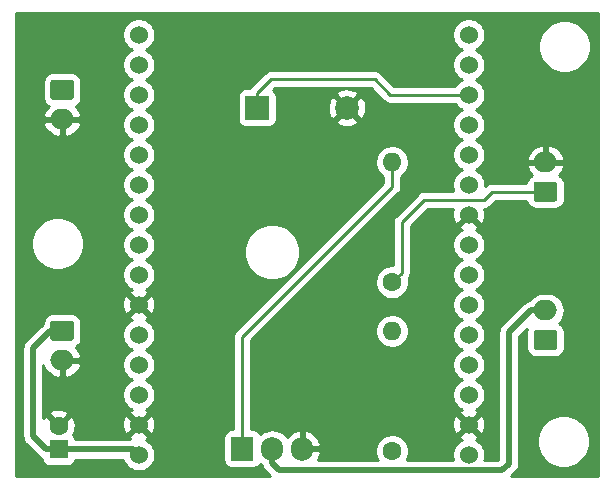
<source format=gbr>
G04 #@! TF.GenerationSoftware,KiCad,Pcbnew,5.1.5+dfsg1-2build2*
G04 #@! TF.CreationDate,2022-01-06T00:43:13+01:00*
G04 #@! TF.ProjectId,Bell,42656c6c-2e6b-4696-9361-645f70636258,V1.0*
G04 #@! TF.SameCoordinates,Original*
G04 #@! TF.FileFunction,Copper,L1,Top*
G04 #@! TF.FilePolarity,Positive*
%FSLAX46Y46*%
G04 Gerber Fmt 4.6, Leading zero omitted, Abs format (unit mm)*
G04 Created by KiCad (PCBNEW 5.1.5+dfsg1-2build2) date 2022-01-06 00:43:13*
%MOMM*%
%LPD*%
G04 APERTURE LIST*
%ADD10C,1.600000*%
%ADD11O,1.600000X1.600000*%
%ADD12C,1.524000*%
%ADD13O,1.905000X2.000000*%
%ADD14R,1.905000X2.000000*%
%ADD15O,2.000000X1.700000*%
%ADD16C,0.100000*%
%ADD17R,1.600000X1.600000*%
%ADD18C,2.000000*%
%ADD19R,2.000000X2.000000*%
%ADD20C,0.250000*%
%ADD21C,0.500000*%
%ADD22C,0.254000*%
G04 APERTURE END LIST*
D10*
X134620000Y-92246700D03*
D11*
X134620000Y-82086700D03*
D12*
X141100000Y-71290000D03*
X141100000Y-73830000D03*
X141100000Y-76370000D03*
X141100000Y-78910000D03*
X141100000Y-81450000D03*
X141100000Y-83990000D03*
X141100000Y-86530000D03*
X141100000Y-89070000D03*
X141100000Y-91610000D03*
X141100000Y-94150000D03*
X141100000Y-96690000D03*
X141100000Y-99230000D03*
X141100000Y-101770000D03*
X141100000Y-104310000D03*
X141100000Y-106850000D03*
X113160000Y-106850000D03*
X113160000Y-104310000D03*
X113160000Y-101770000D03*
X113160000Y-99230000D03*
X113160000Y-96690000D03*
X113160000Y-94150000D03*
X113160000Y-91610000D03*
X113160000Y-89070000D03*
X113160000Y-86530000D03*
X113160000Y-83990000D03*
X113160000Y-81450000D03*
X113160000Y-78910000D03*
X113160000Y-76370000D03*
X113160000Y-73830000D03*
X113160000Y-71290000D03*
D10*
X134620000Y-106536999D03*
D11*
X134620000Y-96376999D03*
D13*
X127000000Y-106336999D03*
X124460000Y-106336999D03*
D14*
X121920000Y-106336999D03*
D15*
X106669580Y-98850000D03*
G04 #@! TA.AperFunction,ComponentPad*
D16*
G36*
X107444084Y-95501204D02*
G01*
X107468353Y-95504804D01*
X107492151Y-95510765D01*
X107515251Y-95519030D01*
X107537429Y-95529520D01*
X107558473Y-95542133D01*
X107578178Y-95556747D01*
X107596357Y-95573223D01*
X107612833Y-95591402D01*
X107627447Y-95611107D01*
X107640060Y-95632151D01*
X107650550Y-95654329D01*
X107658815Y-95677429D01*
X107664776Y-95701227D01*
X107668376Y-95725496D01*
X107669580Y-95750000D01*
X107669580Y-96950000D01*
X107668376Y-96974504D01*
X107664776Y-96998773D01*
X107658815Y-97022571D01*
X107650550Y-97045671D01*
X107640060Y-97067849D01*
X107627447Y-97088893D01*
X107612833Y-97108598D01*
X107596357Y-97126777D01*
X107578178Y-97143253D01*
X107558473Y-97157867D01*
X107537429Y-97170480D01*
X107515251Y-97180970D01*
X107492151Y-97189235D01*
X107468353Y-97195196D01*
X107444084Y-97198796D01*
X107419580Y-97200000D01*
X105919580Y-97200000D01*
X105895076Y-97198796D01*
X105870807Y-97195196D01*
X105847009Y-97189235D01*
X105823909Y-97180970D01*
X105801731Y-97170480D01*
X105780687Y-97157867D01*
X105760982Y-97143253D01*
X105742803Y-97126777D01*
X105726327Y-97108598D01*
X105711713Y-97088893D01*
X105699100Y-97067849D01*
X105688610Y-97045671D01*
X105680345Y-97022571D01*
X105674384Y-96998773D01*
X105670784Y-96974504D01*
X105669580Y-96950000D01*
X105669580Y-95750000D01*
X105670784Y-95725496D01*
X105674384Y-95701227D01*
X105680345Y-95677429D01*
X105688610Y-95654329D01*
X105699100Y-95632151D01*
X105711713Y-95611107D01*
X105726327Y-95591402D01*
X105742803Y-95573223D01*
X105760982Y-95556747D01*
X105780687Y-95542133D01*
X105801731Y-95529520D01*
X105823909Y-95519030D01*
X105847009Y-95510765D01*
X105870807Y-95504804D01*
X105895076Y-95501204D01*
X105919580Y-95500000D01*
X107419580Y-95500000D01*
X107444084Y-95501204D01*
G37*
G04 #@! TD.AperFunction*
D15*
X106669580Y-78450000D03*
G04 #@! TA.AperFunction,ComponentPad*
D16*
G36*
X107444174Y-75101203D02*
G01*
X107468433Y-75104802D01*
X107492222Y-75110761D01*
X107515313Y-75119023D01*
X107537482Y-75129508D01*
X107558517Y-75142116D01*
X107578215Y-75156725D01*
X107596386Y-75173194D01*
X107612855Y-75191365D01*
X107627464Y-75211063D01*
X107640072Y-75232098D01*
X107650557Y-75254267D01*
X107658819Y-75277358D01*
X107664778Y-75301147D01*
X107668377Y-75325406D01*
X107669580Y-75349900D01*
X107669580Y-76550100D01*
X107668377Y-76574594D01*
X107664778Y-76598853D01*
X107658819Y-76622642D01*
X107650557Y-76645733D01*
X107640072Y-76667902D01*
X107627464Y-76688937D01*
X107612855Y-76708635D01*
X107596386Y-76726806D01*
X107578215Y-76743275D01*
X107558517Y-76757884D01*
X107537482Y-76770492D01*
X107515313Y-76780977D01*
X107492222Y-76789239D01*
X107468433Y-76795198D01*
X107444174Y-76798797D01*
X107419680Y-76800000D01*
X105919480Y-76800000D01*
X105894986Y-76798797D01*
X105870727Y-76795198D01*
X105846938Y-76789239D01*
X105823847Y-76780977D01*
X105801678Y-76770492D01*
X105780643Y-76757884D01*
X105760945Y-76743275D01*
X105742774Y-76726806D01*
X105726305Y-76708635D01*
X105711696Y-76688937D01*
X105699088Y-76667902D01*
X105688603Y-76645733D01*
X105680341Y-76622642D01*
X105674382Y-76598853D01*
X105670783Y-76574594D01*
X105669580Y-76550100D01*
X105669580Y-75349900D01*
X105670783Y-75325406D01*
X105674382Y-75301147D01*
X105680341Y-75277358D01*
X105688603Y-75254267D01*
X105699088Y-75232098D01*
X105711696Y-75211063D01*
X105726305Y-75191365D01*
X105742774Y-75173194D01*
X105760945Y-75156725D01*
X105780643Y-75142116D01*
X105801678Y-75129508D01*
X105823847Y-75119023D01*
X105846938Y-75110761D01*
X105870727Y-75104802D01*
X105894986Y-75101203D01*
X105919480Y-75100000D01*
X107419680Y-75100000D01*
X107444174Y-75101203D01*
G37*
G04 #@! TD.AperFunction*
D15*
X147594580Y-94624840D03*
G04 #@! TA.AperFunction,ComponentPad*
D16*
G36*
X148369174Y-96276043D02*
G01*
X148393433Y-96279642D01*
X148417222Y-96285601D01*
X148440313Y-96293863D01*
X148462482Y-96304348D01*
X148483517Y-96316956D01*
X148503215Y-96331565D01*
X148521386Y-96348034D01*
X148537855Y-96366205D01*
X148552464Y-96385903D01*
X148565072Y-96406938D01*
X148575557Y-96429107D01*
X148583819Y-96452198D01*
X148589778Y-96475987D01*
X148593377Y-96500246D01*
X148594580Y-96524740D01*
X148594580Y-97724940D01*
X148593377Y-97749434D01*
X148589778Y-97773693D01*
X148583819Y-97797482D01*
X148575557Y-97820573D01*
X148565072Y-97842742D01*
X148552464Y-97863777D01*
X148537855Y-97883475D01*
X148521386Y-97901646D01*
X148503215Y-97918115D01*
X148483517Y-97932724D01*
X148462482Y-97945332D01*
X148440313Y-97955817D01*
X148417222Y-97964079D01*
X148393433Y-97970038D01*
X148369174Y-97973637D01*
X148344680Y-97974840D01*
X146844480Y-97974840D01*
X146819986Y-97973637D01*
X146795727Y-97970038D01*
X146771938Y-97964079D01*
X146748847Y-97955817D01*
X146726678Y-97945332D01*
X146705643Y-97932724D01*
X146685945Y-97918115D01*
X146667774Y-97901646D01*
X146651305Y-97883475D01*
X146636696Y-97863777D01*
X146624088Y-97842742D01*
X146613603Y-97820573D01*
X146605341Y-97797482D01*
X146599382Y-97773693D01*
X146595783Y-97749434D01*
X146594580Y-97724940D01*
X146594580Y-96524740D01*
X146595783Y-96500246D01*
X146599382Y-96475987D01*
X146605341Y-96452198D01*
X146613603Y-96429107D01*
X146624088Y-96406938D01*
X146636696Y-96385903D01*
X146651305Y-96366205D01*
X146667774Y-96348034D01*
X146685945Y-96331565D01*
X146705643Y-96316956D01*
X146726678Y-96304348D01*
X146748847Y-96293863D01*
X146771938Y-96285601D01*
X146795727Y-96279642D01*
X146819986Y-96276043D01*
X146844480Y-96274840D01*
X148344680Y-96274840D01*
X148369174Y-96276043D01*
G37*
G04 #@! TD.AperFunction*
D15*
X147594580Y-82074840D03*
G04 #@! TA.AperFunction,ComponentPad*
D16*
G36*
X148369174Y-83726043D02*
G01*
X148393433Y-83729642D01*
X148417222Y-83735601D01*
X148440313Y-83743863D01*
X148462482Y-83754348D01*
X148483517Y-83766956D01*
X148503215Y-83781565D01*
X148521386Y-83798034D01*
X148537855Y-83816205D01*
X148552464Y-83835903D01*
X148565072Y-83856938D01*
X148575557Y-83879107D01*
X148583819Y-83902198D01*
X148589778Y-83925987D01*
X148593377Y-83950246D01*
X148594580Y-83974740D01*
X148594580Y-85174940D01*
X148593377Y-85199434D01*
X148589778Y-85223693D01*
X148583819Y-85247482D01*
X148575557Y-85270573D01*
X148565072Y-85292742D01*
X148552464Y-85313777D01*
X148537855Y-85333475D01*
X148521386Y-85351646D01*
X148503215Y-85368115D01*
X148483517Y-85382724D01*
X148462482Y-85395332D01*
X148440313Y-85405817D01*
X148417222Y-85414079D01*
X148393433Y-85420038D01*
X148369174Y-85423637D01*
X148344680Y-85424840D01*
X146844480Y-85424840D01*
X146819986Y-85423637D01*
X146795727Y-85420038D01*
X146771938Y-85414079D01*
X146748847Y-85405817D01*
X146726678Y-85395332D01*
X146705643Y-85382724D01*
X146685945Y-85368115D01*
X146667774Y-85351646D01*
X146651305Y-85333475D01*
X146636696Y-85313777D01*
X146624088Y-85292742D01*
X146613603Y-85270573D01*
X146605341Y-85247482D01*
X146599382Y-85223693D01*
X146595783Y-85199434D01*
X146594580Y-85174940D01*
X146594580Y-83974740D01*
X146595783Y-83950246D01*
X146599382Y-83925987D01*
X146605341Y-83902198D01*
X146613603Y-83879107D01*
X146624088Y-83856938D01*
X146636696Y-83835903D01*
X146651305Y-83816205D01*
X146667774Y-83798034D01*
X146685945Y-83781565D01*
X146705643Y-83766956D01*
X146726678Y-83754348D01*
X146748847Y-83743863D01*
X146771938Y-83735601D01*
X146795727Y-83729642D01*
X146819986Y-83726043D01*
X146844480Y-83724840D01*
X148344680Y-83724840D01*
X148369174Y-83726043D01*
G37*
G04 #@! TD.AperFunction*
D10*
X106369580Y-104400000D03*
D17*
X106369580Y-106400000D03*
D18*
X130790000Y-77470000D03*
D19*
X123190000Y-77470000D03*
D20*
X141100000Y-76370000D02*
X134444560Y-76370000D01*
X134444560Y-76370000D02*
X133131560Y-75057000D01*
X123190000Y-76220000D02*
X123190000Y-77470000D01*
X124353000Y-75057000D02*
X123190000Y-76220000D01*
X133131560Y-75057000D02*
X124353000Y-75057000D01*
D21*
X105669580Y-96350000D02*
X104200000Y-97819580D01*
X106669580Y-96350000D02*
X105669580Y-96350000D01*
X105319580Y-106400000D02*
X106369580Y-106400000D01*
X104200000Y-105280420D02*
X105319580Y-106400000D01*
X104200000Y-97819580D02*
X104200000Y-105280420D01*
X112710000Y-106400000D02*
X113160000Y-106850000D01*
X106369580Y-106400000D02*
X112710000Y-106400000D01*
D20*
X134620000Y-82086700D02*
X134620000Y-84162900D01*
X121920000Y-96862900D02*
X121920000Y-106336999D01*
X134620000Y-84162900D02*
X121920000Y-96862900D01*
D21*
X124460000Y-107586999D02*
X124460000Y-106336999D01*
X144500000Y-99219420D02*
X144500000Y-96469420D01*
X144500000Y-96469420D02*
X146344580Y-94624840D01*
X146344580Y-94624840D02*
X147594580Y-94624840D01*
X144500000Y-99219420D02*
X144500000Y-107500000D01*
X143916400Y-108178600D02*
X125051601Y-108178600D01*
X125051601Y-108178600D02*
X124460000Y-107586999D01*
X144500000Y-107595000D02*
X143916400Y-108178600D01*
X144500000Y-107500000D02*
X144500000Y-107595000D01*
D20*
X135419999Y-91446701D02*
X135419999Y-87185601D01*
X134620000Y-92246700D02*
X135419999Y-91446701D01*
X147594580Y-84574840D02*
X143098060Y-84574840D01*
X143098060Y-84574840D02*
X142405100Y-85267800D01*
X137337800Y-85267800D02*
X135419999Y-87185601D01*
X142405100Y-85267800D02*
X137337800Y-85267800D01*
D22*
G36*
X152040001Y-108640000D02*
G01*
X144706578Y-108640000D01*
X145095044Y-108251534D01*
X145128817Y-108223817D01*
X145239411Y-108089059D01*
X145321589Y-107935312D01*
X145372195Y-107768489D01*
X145385000Y-107638476D01*
X145385000Y-107638467D01*
X145389281Y-107595001D01*
X145385000Y-107551534D01*
X145385000Y-105479872D01*
X146865000Y-105479872D01*
X146865000Y-105920128D01*
X146950890Y-106351925D01*
X147119369Y-106758669D01*
X147363962Y-107124729D01*
X147675271Y-107436038D01*
X148041331Y-107680631D01*
X148448075Y-107849110D01*
X148879872Y-107935000D01*
X149320128Y-107935000D01*
X149751925Y-107849110D01*
X150158669Y-107680631D01*
X150524729Y-107436038D01*
X150836038Y-107124729D01*
X151080631Y-106758669D01*
X151249110Y-106351925D01*
X151335000Y-105920128D01*
X151335000Y-105479872D01*
X151249110Y-105048075D01*
X151080631Y-104641331D01*
X150836038Y-104275271D01*
X150524729Y-103963962D01*
X150158669Y-103719369D01*
X149751925Y-103550890D01*
X149320128Y-103465000D01*
X148879872Y-103465000D01*
X148448075Y-103550890D01*
X148041331Y-103719369D01*
X147675271Y-103963962D01*
X147363962Y-104275271D01*
X147119369Y-104641331D01*
X146950890Y-105048075D01*
X146865000Y-105479872D01*
X145385000Y-105479872D01*
X145385000Y-96835998D01*
X146018889Y-96202109D01*
X145973570Y-96351505D01*
X145956508Y-96524740D01*
X145956508Y-97724940D01*
X145973570Y-97898175D01*
X146024101Y-98064752D01*
X146106158Y-98218271D01*
X146216589Y-98352831D01*
X146351149Y-98463262D01*
X146504668Y-98545319D01*
X146671245Y-98595850D01*
X146844480Y-98612912D01*
X148344680Y-98612912D01*
X148517915Y-98595850D01*
X148684492Y-98545319D01*
X148838011Y-98463262D01*
X148972571Y-98352831D01*
X149083002Y-98218271D01*
X149165059Y-98064752D01*
X149215590Y-97898175D01*
X149232652Y-97724940D01*
X149232652Y-96524740D01*
X149215590Y-96351505D01*
X149165059Y-96184928D01*
X149083002Y-96031409D01*
X148972571Y-95896849D01*
X148838011Y-95786418D01*
X148736273Y-95732038D01*
X148799714Y-95679974D01*
X148985286Y-95453854D01*
X149123179Y-95195874D01*
X149208093Y-94915951D01*
X149236765Y-94624840D01*
X149208093Y-94333729D01*
X149123179Y-94053806D01*
X148985286Y-93795826D01*
X148799714Y-93569706D01*
X148573594Y-93384134D01*
X148315614Y-93246241D01*
X148035691Y-93161327D01*
X147817530Y-93139840D01*
X147371630Y-93139840D01*
X147153469Y-93161327D01*
X146873546Y-93246241D01*
X146615566Y-93384134D01*
X146389446Y-93569706D01*
X146245311Y-93745335D01*
X146171090Y-93752645D01*
X146004267Y-93803251D01*
X145850521Y-93885429D01*
X145850519Y-93885430D01*
X145850520Y-93885430D01*
X145749533Y-93968308D01*
X145749531Y-93968310D01*
X145715763Y-93996023D01*
X145688050Y-94029791D01*
X143904951Y-95812891D01*
X143871184Y-95840603D01*
X143843471Y-95874371D01*
X143843468Y-95874374D01*
X143760590Y-95975361D01*
X143678412Y-96129107D01*
X143627805Y-96295930D01*
X143610719Y-96469420D01*
X143615001Y-96512899D01*
X143615000Y-99175943D01*
X143615000Y-99175944D01*
X143615001Y-107228421D01*
X143549822Y-107293600D01*
X142428357Y-107293600D01*
X142443314Y-107257490D01*
X142497000Y-106987592D01*
X142497000Y-106712408D01*
X142443314Y-106442510D01*
X142338005Y-106188273D01*
X142185120Y-105959465D01*
X141990535Y-105764880D01*
X141761727Y-105611995D01*
X141690057Y-105582308D01*
X141703023Y-105577636D01*
X141818980Y-105515656D01*
X141885960Y-105275565D01*
X141100000Y-104489605D01*
X140314040Y-105275565D01*
X140381020Y-105515656D01*
X140516760Y-105579485D01*
X140438273Y-105611995D01*
X140209465Y-105764880D01*
X140014880Y-105959465D01*
X139861995Y-106188273D01*
X139756686Y-106442510D01*
X139703000Y-106712408D01*
X139703000Y-106987592D01*
X139756686Y-107257490D01*
X139771643Y-107293600D01*
X135840315Y-107293600D01*
X135891680Y-107216726D01*
X135999853Y-106955573D01*
X136055000Y-106678334D01*
X136055000Y-106395664D01*
X135999853Y-106118425D01*
X135891680Y-105857272D01*
X135734637Y-105622240D01*
X135534759Y-105422362D01*
X135299727Y-105265319D01*
X135038574Y-105157146D01*
X134761335Y-105101999D01*
X134478665Y-105101999D01*
X134201426Y-105157146D01*
X133940273Y-105265319D01*
X133705241Y-105422362D01*
X133505363Y-105622240D01*
X133348320Y-105857272D01*
X133240147Y-106118425D01*
X133185000Y-106395664D01*
X133185000Y-106678334D01*
X133240147Y-106955573D01*
X133348320Y-107216726D01*
X133399685Y-107293600D01*
X128297979Y-107293600D01*
X128309316Y-107280088D01*
X128458879Y-107007445D01*
X128552378Y-106710862D01*
X128425570Y-106463999D01*
X127127000Y-106463999D01*
X127127000Y-106483999D01*
X126873000Y-106483999D01*
X126873000Y-106463999D01*
X126853000Y-106463999D01*
X126853000Y-106209999D01*
X126873000Y-106209999D01*
X126873000Y-104866405D01*
X127127000Y-104866405D01*
X127127000Y-106209999D01*
X128425570Y-106209999D01*
X128552378Y-105963136D01*
X128458879Y-105666553D01*
X128309316Y-105393910D01*
X128109437Y-105155684D01*
X127866923Y-104961030D01*
X127591094Y-104817428D01*
X127372980Y-104746436D01*
X127127000Y-104866405D01*
X126873000Y-104866405D01*
X126627020Y-104746436D01*
X126408906Y-104817428D01*
X126133077Y-104961030D01*
X125890563Y-105155684D01*
X125735163Y-105340898D01*
X125587963Y-105161536D01*
X125346234Y-104963154D01*
X125070448Y-104815744D01*
X124771203Y-104724969D01*
X124460000Y-104694318D01*
X124148796Y-104724969D01*
X123849551Y-104815744D01*
X123573765Y-104963154D01*
X123447905Y-105066445D01*
X123403037Y-104982505D01*
X123323685Y-104885814D01*
X123226994Y-104806462D01*
X123116680Y-104747497D01*
X122996982Y-104711187D01*
X122872500Y-104698927D01*
X122680000Y-104698927D01*
X122680000Y-104382017D01*
X139698090Y-104382017D01*
X139739078Y-104654133D01*
X139832364Y-104913023D01*
X139894344Y-105028980D01*
X140134435Y-105095960D01*
X140920395Y-104310000D01*
X141279605Y-104310000D01*
X142065565Y-105095960D01*
X142305656Y-105028980D01*
X142422756Y-104779952D01*
X142489023Y-104512865D01*
X142501910Y-104237983D01*
X142460922Y-103965867D01*
X142367636Y-103706977D01*
X142305656Y-103591020D01*
X142065565Y-103524040D01*
X141279605Y-104310000D01*
X140920395Y-104310000D01*
X140134435Y-103524040D01*
X139894344Y-103591020D01*
X139777244Y-103840048D01*
X139710977Y-104107135D01*
X139698090Y-104382017D01*
X122680000Y-104382017D01*
X122680000Y-97177701D01*
X123622037Y-96235664D01*
X133185000Y-96235664D01*
X133185000Y-96518334D01*
X133240147Y-96795573D01*
X133348320Y-97056726D01*
X133505363Y-97291758D01*
X133705241Y-97491636D01*
X133940273Y-97648679D01*
X134201426Y-97756852D01*
X134478665Y-97811999D01*
X134761335Y-97811999D01*
X135038574Y-97756852D01*
X135299727Y-97648679D01*
X135534759Y-97491636D01*
X135734637Y-97291758D01*
X135891680Y-97056726D01*
X135999853Y-96795573D01*
X136055000Y-96518334D01*
X136055000Y-96235664D01*
X135999853Y-95958425D01*
X135891680Y-95697272D01*
X135734637Y-95462240D01*
X135534759Y-95262362D01*
X135299727Y-95105319D01*
X135038574Y-94997146D01*
X134761335Y-94941999D01*
X134478665Y-94941999D01*
X134201426Y-94997146D01*
X133940273Y-95105319D01*
X133705241Y-95262362D01*
X133505363Y-95462240D01*
X133348320Y-95697272D01*
X133240147Y-95958425D01*
X133185000Y-96235664D01*
X123622037Y-96235664D01*
X135131003Y-84726699D01*
X135160001Y-84702901D01*
X135254974Y-84587176D01*
X135325546Y-84455147D01*
X135369003Y-84311886D01*
X135380000Y-84200233D01*
X135380000Y-84200224D01*
X135383676Y-84162901D01*
X135380000Y-84125578D01*
X135380000Y-83304743D01*
X135534759Y-83201337D01*
X135734637Y-83001459D01*
X135891680Y-82766427D01*
X135999853Y-82505274D01*
X136055000Y-82228035D01*
X136055000Y-81945365D01*
X135999853Y-81668126D01*
X135891680Y-81406973D01*
X135734637Y-81171941D01*
X135534759Y-80972063D01*
X135299727Y-80815020D01*
X135038574Y-80706847D01*
X134761335Y-80651700D01*
X134478665Y-80651700D01*
X134201426Y-80706847D01*
X133940273Y-80815020D01*
X133705241Y-80972063D01*
X133505363Y-81171941D01*
X133348320Y-81406973D01*
X133240147Y-81668126D01*
X133185000Y-81945365D01*
X133185000Y-82228035D01*
X133240147Y-82505274D01*
X133348320Y-82766427D01*
X133505363Y-83001459D01*
X133705241Y-83201337D01*
X133860001Y-83304744D01*
X133860001Y-83848097D01*
X121409003Y-96299096D01*
X121379999Y-96322899D01*
X121324871Y-96390074D01*
X121285026Y-96438624D01*
X121238996Y-96524740D01*
X121214454Y-96570654D01*
X121170997Y-96713915D01*
X121160000Y-96825568D01*
X121160000Y-96825578D01*
X121156324Y-96862900D01*
X121160000Y-96900222D01*
X121160001Y-104698927D01*
X120967500Y-104698927D01*
X120843018Y-104711187D01*
X120723320Y-104747497D01*
X120613006Y-104806462D01*
X120516315Y-104885814D01*
X120436963Y-104982505D01*
X120377998Y-105092819D01*
X120341688Y-105212517D01*
X120329428Y-105336999D01*
X120329428Y-107336999D01*
X120341688Y-107461481D01*
X120377998Y-107581179D01*
X120436963Y-107691493D01*
X120516315Y-107788184D01*
X120613006Y-107867536D01*
X120723320Y-107926501D01*
X120843018Y-107962811D01*
X120967500Y-107975071D01*
X122872500Y-107975071D01*
X122996982Y-107962811D01*
X123116680Y-107926501D01*
X123226994Y-107867536D01*
X123323685Y-107788184D01*
X123403037Y-107691493D01*
X123447905Y-107607552D01*
X123573766Y-107710844D01*
X123583424Y-107716006D01*
X123584855Y-107730537D01*
X123587805Y-107760489D01*
X123596606Y-107789502D01*
X123638411Y-107927311D01*
X123720589Y-108081057D01*
X123831183Y-108215816D01*
X123864956Y-108243533D01*
X124261423Y-108640000D01*
X102780000Y-108640000D01*
X102780000Y-97819580D01*
X103310719Y-97819580D01*
X103315000Y-97863049D01*
X103315001Y-105236941D01*
X103310719Y-105280420D01*
X103327805Y-105453910D01*
X103378412Y-105620733D01*
X103460590Y-105774479D01*
X103543468Y-105875466D01*
X103543471Y-105875469D01*
X103571184Y-105909237D01*
X103604951Y-105936949D01*
X104663050Y-106995049D01*
X104690763Y-107028817D01*
X104724531Y-107056530D01*
X104724533Y-107056532D01*
X104796032Y-107115210D01*
X104825521Y-107139411D01*
X104931508Y-107196062D01*
X104931508Y-107200000D01*
X104943768Y-107324482D01*
X104980078Y-107444180D01*
X105039043Y-107554494D01*
X105118395Y-107651185D01*
X105215086Y-107730537D01*
X105325400Y-107789502D01*
X105445098Y-107825812D01*
X105569580Y-107838072D01*
X107169580Y-107838072D01*
X107294062Y-107825812D01*
X107413760Y-107789502D01*
X107524074Y-107730537D01*
X107620765Y-107651185D01*
X107700117Y-107554494D01*
X107759082Y-107444180D01*
X107795392Y-107324482D01*
X107799281Y-107285000D01*
X111828081Y-107285000D01*
X111921995Y-107511727D01*
X112074880Y-107740535D01*
X112269465Y-107935120D01*
X112498273Y-108088005D01*
X112752510Y-108193314D01*
X113022408Y-108247000D01*
X113297592Y-108247000D01*
X113567490Y-108193314D01*
X113821727Y-108088005D01*
X114050535Y-107935120D01*
X114245120Y-107740535D01*
X114398005Y-107511727D01*
X114503314Y-107257490D01*
X114557000Y-106987592D01*
X114557000Y-106712408D01*
X114503314Y-106442510D01*
X114398005Y-106188273D01*
X114245120Y-105959465D01*
X114050535Y-105764880D01*
X113821727Y-105611995D01*
X113750057Y-105582308D01*
X113763023Y-105577636D01*
X113878980Y-105515656D01*
X113945960Y-105275565D01*
X113160000Y-104489605D01*
X112374040Y-105275565D01*
X112440837Y-105515000D01*
X107799281Y-105515000D01*
X107795392Y-105475518D01*
X107759082Y-105355820D01*
X107700117Y-105245506D01*
X107620765Y-105148815D01*
X107607822Y-105138193D01*
X107727151Y-104886004D01*
X107795880Y-104611816D01*
X107807207Y-104382017D01*
X111758090Y-104382017D01*
X111799078Y-104654133D01*
X111892364Y-104913023D01*
X111954344Y-105028980D01*
X112194435Y-105095960D01*
X112980395Y-104310000D01*
X113339605Y-104310000D01*
X114125565Y-105095960D01*
X114365656Y-105028980D01*
X114482756Y-104779952D01*
X114549023Y-104512865D01*
X114561910Y-104237983D01*
X114520922Y-103965867D01*
X114427636Y-103706977D01*
X114365656Y-103591020D01*
X114125565Y-103524040D01*
X113339605Y-104310000D01*
X112980395Y-104310000D01*
X112194435Y-103524040D01*
X111954344Y-103591020D01*
X111837244Y-103840048D01*
X111770977Y-104107135D01*
X111758090Y-104382017D01*
X107807207Y-104382017D01*
X107809797Y-104329488D01*
X107768367Y-104049870D01*
X107673183Y-103783708D01*
X107606251Y-103658486D01*
X107362282Y-103586903D01*
X106549185Y-104400000D01*
X106563328Y-104414143D01*
X106383723Y-104593748D01*
X106369580Y-104579605D01*
X106355438Y-104593748D01*
X106175833Y-104414143D01*
X106189975Y-104400000D01*
X105376878Y-103586903D01*
X105132909Y-103658486D01*
X105085000Y-103759737D01*
X105085000Y-103407298D01*
X105556483Y-103407298D01*
X106369580Y-104220395D01*
X107182677Y-103407298D01*
X107111094Y-103163329D01*
X106855584Y-103042429D01*
X106581396Y-102973700D01*
X106299068Y-102959783D01*
X106019450Y-103001213D01*
X105753288Y-103096397D01*
X105628066Y-103163329D01*
X105556483Y-103407298D01*
X105085000Y-103407298D01*
X105085000Y-99232918D01*
X105179726Y-99493009D01*
X105330916Y-99742046D01*
X105527785Y-99956802D01*
X105762768Y-100129025D01*
X106026835Y-100252096D01*
X106309838Y-100321285D01*
X106542580Y-100177232D01*
X106542580Y-98977000D01*
X106796580Y-98977000D01*
X106796580Y-100177232D01*
X107029322Y-100321285D01*
X107312325Y-100252096D01*
X107576392Y-100129025D01*
X107811375Y-99956802D01*
X108008244Y-99742046D01*
X108159434Y-99493009D01*
X108259134Y-99219261D01*
X108261056Y-99206890D01*
X108139735Y-98977000D01*
X106796580Y-98977000D01*
X106542580Y-98977000D01*
X106522580Y-98977000D01*
X106522580Y-98723000D01*
X106542580Y-98723000D01*
X106542580Y-98703000D01*
X106796580Y-98703000D01*
X106796580Y-98723000D01*
X108139735Y-98723000D01*
X108261056Y-98493110D01*
X108259134Y-98480739D01*
X108159434Y-98206991D01*
X108008244Y-97957954D01*
X107811375Y-97743198D01*
X107810987Y-97742914D01*
X107912966Y-97688405D01*
X108047542Y-97577962D01*
X108157985Y-97443386D01*
X108240052Y-97289850D01*
X108290588Y-97123254D01*
X108307652Y-96950000D01*
X108307652Y-96552408D01*
X111763000Y-96552408D01*
X111763000Y-96827592D01*
X111816686Y-97097490D01*
X111921995Y-97351727D01*
X112074880Y-97580535D01*
X112269465Y-97775120D01*
X112498273Y-97928005D01*
X112575515Y-97960000D01*
X112498273Y-97991995D01*
X112269465Y-98144880D01*
X112074880Y-98339465D01*
X111921995Y-98568273D01*
X111816686Y-98822510D01*
X111763000Y-99092408D01*
X111763000Y-99367592D01*
X111816686Y-99637490D01*
X111921995Y-99891727D01*
X112074880Y-100120535D01*
X112269465Y-100315120D01*
X112498273Y-100468005D01*
X112575515Y-100500000D01*
X112498273Y-100531995D01*
X112269465Y-100684880D01*
X112074880Y-100879465D01*
X111921995Y-101108273D01*
X111816686Y-101362510D01*
X111763000Y-101632408D01*
X111763000Y-101907592D01*
X111816686Y-102177490D01*
X111921995Y-102431727D01*
X112074880Y-102660535D01*
X112269465Y-102855120D01*
X112498273Y-103008005D01*
X112569943Y-103037692D01*
X112556977Y-103042364D01*
X112441020Y-103104344D01*
X112374040Y-103344435D01*
X113160000Y-104130395D01*
X113945960Y-103344435D01*
X113878980Y-103104344D01*
X113743240Y-103040515D01*
X113821727Y-103008005D01*
X114050535Y-102855120D01*
X114245120Y-102660535D01*
X114398005Y-102431727D01*
X114503314Y-102177490D01*
X114557000Y-101907592D01*
X114557000Y-101632408D01*
X114503314Y-101362510D01*
X114398005Y-101108273D01*
X114245120Y-100879465D01*
X114050535Y-100684880D01*
X113821727Y-100531995D01*
X113744485Y-100500000D01*
X113821727Y-100468005D01*
X114050535Y-100315120D01*
X114245120Y-100120535D01*
X114398005Y-99891727D01*
X114503314Y-99637490D01*
X114557000Y-99367592D01*
X114557000Y-99092408D01*
X114503314Y-98822510D01*
X114398005Y-98568273D01*
X114245120Y-98339465D01*
X114050535Y-98144880D01*
X113821727Y-97991995D01*
X113744485Y-97960000D01*
X113821727Y-97928005D01*
X114050535Y-97775120D01*
X114245120Y-97580535D01*
X114398005Y-97351727D01*
X114503314Y-97097490D01*
X114557000Y-96827592D01*
X114557000Y-96552408D01*
X114503314Y-96282510D01*
X114398005Y-96028273D01*
X114245120Y-95799465D01*
X114050535Y-95604880D01*
X113821727Y-95451995D01*
X113750057Y-95422308D01*
X113763023Y-95417636D01*
X113878980Y-95355656D01*
X113945960Y-95115565D01*
X113160000Y-94329605D01*
X112374040Y-95115565D01*
X112441020Y-95355656D01*
X112576760Y-95419485D01*
X112498273Y-95451995D01*
X112269465Y-95604880D01*
X112074880Y-95799465D01*
X111921995Y-96028273D01*
X111816686Y-96282510D01*
X111763000Y-96552408D01*
X108307652Y-96552408D01*
X108307652Y-95750000D01*
X108290588Y-95576746D01*
X108240052Y-95410150D01*
X108157985Y-95256614D01*
X108047542Y-95122038D01*
X107912966Y-95011595D01*
X107759430Y-94929528D01*
X107592834Y-94878992D01*
X107419580Y-94861928D01*
X105919580Y-94861928D01*
X105746326Y-94878992D01*
X105579730Y-94929528D01*
X105426194Y-95011595D01*
X105291618Y-95122038D01*
X105181175Y-95256614D01*
X105099108Y-95410150D01*
X105048572Y-95576746D01*
X105033471Y-95730068D01*
X105013050Y-95754951D01*
X103604956Y-97163046D01*
X103571183Y-97190763D01*
X103460589Y-97325522D01*
X103378411Y-97479268D01*
X103327805Y-97646091D01*
X103315000Y-97776104D01*
X103315000Y-97776111D01*
X103310719Y-97819580D01*
X102780000Y-97819580D01*
X102780000Y-94222017D01*
X111758090Y-94222017D01*
X111799078Y-94494133D01*
X111892364Y-94753023D01*
X111954344Y-94868980D01*
X112194435Y-94935960D01*
X112980395Y-94150000D01*
X113339605Y-94150000D01*
X114125565Y-94935960D01*
X114365656Y-94868980D01*
X114482756Y-94619952D01*
X114549023Y-94352865D01*
X114561910Y-94077983D01*
X114520922Y-93805867D01*
X114427636Y-93546977D01*
X114365656Y-93431020D01*
X114125565Y-93364040D01*
X113339605Y-94150000D01*
X112980395Y-94150000D01*
X112194435Y-93364040D01*
X111954344Y-93431020D01*
X111837244Y-93680048D01*
X111770977Y-93947135D01*
X111758090Y-94222017D01*
X102780000Y-94222017D01*
X102780000Y-88779872D01*
X104065000Y-88779872D01*
X104065000Y-89220128D01*
X104150890Y-89651925D01*
X104319369Y-90058669D01*
X104563962Y-90424729D01*
X104875271Y-90736038D01*
X105241331Y-90980631D01*
X105648075Y-91149110D01*
X106079872Y-91235000D01*
X106520128Y-91235000D01*
X106951925Y-91149110D01*
X107358669Y-90980631D01*
X107724729Y-90736038D01*
X108036038Y-90424729D01*
X108280631Y-90058669D01*
X108449110Y-89651925D01*
X108535000Y-89220128D01*
X108535000Y-88779872D01*
X108449110Y-88348075D01*
X108280631Y-87941331D01*
X108036038Y-87575271D01*
X107724729Y-87263962D01*
X107358669Y-87019369D01*
X106951925Y-86850890D01*
X106520128Y-86765000D01*
X106079872Y-86765000D01*
X105648075Y-86850890D01*
X105241331Y-87019369D01*
X104875271Y-87263962D01*
X104563962Y-87575271D01*
X104319369Y-87941331D01*
X104150890Y-88348075D01*
X104065000Y-88779872D01*
X102780000Y-88779872D01*
X102780000Y-78806890D01*
X105078104Y-78806890D01*
X105080026Y-78819261D01*
X105179726Y-79093009D01*
X105330916Y-79342046D01*
X105527785Y-79556802D01*
X105762768Y-79729025D01*
X106026835Y-79852096D01*
X106309838Y-79921285D01*
X106542580Y-79777232D01*
X106542580Y-78577000D01*
X106796580Y-78577000D01*
X106796580Y-79777232D01*
X107029322Y-79921285D01*
X107312325Y-79852096D01*
X107576392Y-79729025D01*
X107811375Y-79556802D01*
X108008244Y-79342046D01*
X108159434Y-79093009D01*
X108259134Y-78819261D01*
X108261056Y-78806890D01*
X108139735Y-78577000D01*
X106796580Y-78577000D01*
X106542580Y-78577000D01*
X105199425Y-78577000D01*
X105078104Y-78806890D01*
X102780000Y-78806890D01*
X102780000Y-75349900D01*
X105031508Y-75349900D01*
X105031508Y-76550100D01*
X105048570Y-76723335D01*
X105099101Y-76889912D01*
X105181158Y-77043431D01*
X105291589Y-77177991D01*
X105426149Y-77288422D01*
X105528141Y-77342937D01*
X105527785Y-77343198D01*
X105330916Y-77557954D01*
X105179726Y-77806991D01*
X105080026Y-78080739D01*
X105078104Y-78093110D01*
X105199425Y-78323000D01*
X106542580Y-78323000D01*
X106542580Y-78303000D01*
X106796580Y-78303000D01*
X106796580Y-78323000D01*
X108139735Y-78323000D01*
X108261056Y-78093110D01*
X108259134Y-78080739D01*
X108159434Y-77806991D01*
X108008244Y-77557954D01*
X107811375Y-77343198D01*
X107811019Y-77342937D01*
X107913011Y-77288422D01*
X108047571Y-77177991D01*
X108158002Y-77043431D01*
X108240059Y-76889912D01*
X108290590Y-76723335D01*
X108307652Y-76550100D01*
X108307652Y-75349900D01*
X108290590Y-75176665D01*
X108240059Y-75010088D01*
X108158002Y-74856569D01*
X108047571Y-74722009D01*
X107913011Y-74611578D01*
X107759492Y-74529521D01*
X107592915Y-74478990D01*
X107419680Y-74461928D01*
X105919480Y-74461928D01*
X105746245Y-74478990D01*
X105579668Y-74529521D01*
X105426149Y-74611578D01*
X105291589Y-74722009D01*
X105181158Y-74856569D01*
X105099101Y-75010088D01*
X105048570Y-75176665D01*
X105031508Y-75349900D01*
X102780000Y-75349900D01*
X102780000Y-71152408D01*
X111763000Y-71152408D01*
X111763000Y-71427592D01*
X111816686Y-71697490D01*
X111921995Y-71951727D01*
X112074880Y-72180535D01*
X112269465Y-72375120D01*
X112498273Y-72528005D01*
X112575515Y-72560000D01*
X112498273Y-72591995D01*
X112269465Y-72744880D01*
X112074880Y-72939465D01*
X111921995Y-73168273D01*
X111816686Y-73422510D01*
X111763000Y-73692408D01*
X111763000Y-73967592D01*
X111816686Y-74237490D01*
X111921995Y-74491727D01*
X112074880Y-74720535D01*
X112269465Y-74915120D01*
X112498273Y-75068005D01*
X112575515Y-75100000D01*
X112498273Y-75131995D01*
X112269465Y-75284880D01*
X112074880Y-75479465D01*
X111921995Y-75708273D01*
X111816686Y-75962510D01*
X111763000Y-76232408D01*
X111763000Y-76507592D01*
X111816686Y-76777490D01*
X111921995Y-77031727D01*
X112074880Y-77260535D01*
X112269465Y-77455120D01*
X112498273Y-77608005D01*
X112575515Y-77640000D01*
X112498273Y-77671995D01*
X112269465Y-77824880D01*
X112074880Y-78019465D01*
X111921995Y-78248273D01*
X111816686Y-78502510D01*
X111763000Y-78772408D01*
X111763000Y-79047592D01*
X111816686Y-79317490D01*
X111921995Y-79571727D01*
X112074880Y-79800535D01*
X112269465Y-79995120D01*
X112498273Y-80148005D01*
X112575515Y-80180000D01*
X112498273Y-80211995D01*
X112269465Y-80364880D01*
X112074880Y-80559465D01*
X111921995Y-80788273D01*
X111816686Y-81042510D01*
X111763000Y-81312408D01*
X111763000Y-81587592D01*
X111816686Y-81857490D01*
X111921995Y-82111727D01*
X112074880Y-82340535D01*
X112269465Y-82535120D01*
X112498273Y-82688005D01*
X112575515Y-82720000D01*
X112498273Y-82751995D01*
X112269465Y-82904880D01*
X112074880Y-83099465D01*
X111921995Y-83328273D01*
X111816686Y-83582510D01*
X111763000Y-83852408D01*
X111763000Y-84127592D01*
X111816686Y-84397490D01*
X111921995Y-84651727D01*
X112074880Y-84880535D01*
X112269465Y-85075120D01*
X112498273Y-85228005D01*
X112575515Y-85260000D01*
X112498273Y-85291995D01*
X112269465Y-85444880D01*
X112074880Y-85639465D01*
X111921995Y-85868273D01*
X111816686Y-86122510D01*
X111763000Y-86392408D01*
X111763000Y-86667592D01*
X111816686Y-86937490D01*
X111921995Y-87191727D01*
X112074880Y-87420535D01*
X112269465Y-87615120D01*
X112498273Y-87768005D01*
X112575515Y-87800000D01*
X112498273Y-87831995D01*
X112269465Y-87984880D01*
X112074880Y-88179465D01*
X111921995Y-88408273D01*
X111816686Y-88662510D01*
X111763000Y-88932408D01*
X111763000Y-89207592D01*
X111816686Y-89477490D01*
X111921995Y-89731727D01*
X112074880Y-89960535D01*
X112269465Y-90155120D01*
X112498273Y-90308005D01*
X112575515Y-90340000D01*
X112498273Y-90371995D01*
X112269465Y-90524880D01*
X112074880Y-90719465D01*
X111921995Y-90948273D01*
X111816686Y-91202510D01*
X111763000Y-91472408D01*
X111763000Y-91747592D01*
X111816686Y-92017490D01*
X111921995Y-92271727D01*
X112074880Y-92500535D01*
X112269465Y-92695120D01*
X112498273Y-92848005D01*
X112569943Y-92877692D01*
X112556977Y-92882364D01*
X112441020Y-92944344D01*
X112374040Y-93184435D01*
X113160000Y-93970395D01*
X113945960Y-93184435D01*
X113878980Y-92944344D01*
X113743240Y-92880515D01*
X113821727Y-92848005D01*
X114050535Y-92695120D01*
X114245120Y-92500535D01*
X114398005Y-92271727D01*
X114503314Y-92017490D01*
X114557000Y-91747592D01*
X114557000Y-91472408D01*
X114503314Y-91202510D01*
X114398005Y-90948273D01*
X114245120Y-90719465D01*
X114050535Y-90524880D01*
X113821727Y-90371995D01*
X113744485Y-90340000D01*
X113821727Y-90308005D01*
X114050535Y-90155120D01*
X114245120Y-89960535D01*
X114398005Y-89731727D01*
X114503314Y-89477490D01*
X114510354Y-89442097D01*
X122075000Y-89442097D01*
X122075000Y-89911901D01*
X122166654Y-90372678D01*
X122346440Y-90806720D01*
X122607450Y-91197348D01*
X122939651Y-91529549D01*
X123330279Y-91790559D01*
X123764321Y-91970345D01*
X124225098Y-92061999D01*
X124694902Y-92061999D01*
X125155679Y-91970345D01*
X125589721Y-91790559D01*
X125980349Y-91529549D01*
X126312550Y-91197348D01*
X126573560Y-90806720D01*
X126753346Y-90372678D01*
X126845000Y-89911901D01*
X126845000Y-89442097D01*
X126753346Y-88981320D01*
X126573560Y-88547278D01*
X126312550Y-88156650D01*
X125980349Y-87824449D01*
X125589721Y-87563439D01*
X125155679Y-87383653D01*
X124694902Y-87291999D01*
X124225098Y-87291999D01*
X123764321Y-87383653D01*
X123330279Y-87563439D01*
X122939651Y-87824449D01*
X122607450Y-88156650D01*
X122346440Y-88547278D01*
X122166654Y-88981320D01*
X122075000Y-89442097D01*
X114510354Y-89442097D01*
X114557000Y-89207592D01*
X114557000Y-88932408D01*
X114503314Y-88662510D01*
X114398005Y-88408273D01*
X114245120Y-88179465D01*
X114050535Y-87984880D01*
X113821727Y-87831995D01*
X113744485Y-87800000D01*
X113821727Y-87768005D01*
X114050535Y-87615120D01*
X114245120Y-87420535D01*
X114398005Y-87191727D01*
X114503314Y-86937490D01*
X114557000Y-86667592D01*
X114557000Y-86392408D01*
X114503314Y-86122510D01*
X114398005Y-85868273D01*
X114245120Y-85639465D01*
X114050535Y-85444880D01*
X113821727Y-85291995D01*
X113744485Y-85260000D01*
X113821727Y-85228005D01*
X114050535Y-85075120D01*
X114245120Y-84880535D01*
X114398005Y-84651727D01*
X114503314Y-84397490D01*
X114557000Y-84127592D01*
X114557000Y-83852408D01*
X114503314Y-83582510D01*
X114398005Y-83328273D01*
X114245120Y-83099465D01*
X114050535Y-82904880D01*
X113821727Y-82751995D01*
X113744485Y-82720000D01*
X113821727Y-82688005D01*
X114050535Y-82535120D01*
X114245120Y-82340535D01*
X114398005Y-82111727D01*
X114503314Y-81857490D01*
X114557000Y-81587592D01*
X114557000Y-81312408D01*
X114503314Y-81042510D01*
X114398005Y-80788273D01*
X114245120Y-80559465D01*
X114050535Y-80364880D01*
X113821727Y-80211995D01*
X113744485Y-80180000D01*
X113821727Y-80148005D01*
X114050535Y-79995120D01*
X114245120Y-79800535D01*
X114398005Y-79571727D01*
X114503314Y-79317490D01*
X114557000Y-79047592D01*
X114557000Y-78772408D01*
X114503314Y-78502510D01*
X114398005Y-78248273D01*
X114245120Y-78019465D01*
X114050535Y-77824880D01*
X113821727Y-77671995D01*
X113744485Y-77640000D01*
X113821727Y-77608005D01*
X114050535Y-77455120D01*
X114245120Y-77260535D01*
X114398005Y-77031727D01*
X114503314Y-76777490D01*
X114557000Y-76507592D01*
X114557000Y-76470000D01*
X121551928Y-76470000D01*
X121551928Y-78470000D01*
X121564188Y-78594482D01*
X121600498Y-78714180D01*
X121659463Y-78824494D01*
X121738815Y-78921185D01*
X121835506Y-79000537D01*
X121945820Y-79059502D01*
X122065518Y-79095812D01*
X122190000Y-79108072D01*
X124190000Y-79108072D01*
X124314482Y-79095812D01*
X124434180Y-79059502D01*
X124544494Y-79000537D01*
X124641185Y-78921185D01*
X124720537Y-78824494D01*
X124779502Y-78714180D01*
X124812496Y-78605413D01*
X129834192Y-78605413D01*
X129929956Y-78869814D01*
X130219571Y-79010704D01*
X130531108Y-79092384D01*
X130852595Y-79111718D01*
X131171675Y-79067961D01*
X131476088Y-78962795D01*
X131650044Y-78869814D01*
X131745808Y-78605413D01*
X130790000Y-77649605D01*
X129834192Y-78605413D01*
X124812496Y-78605413D01*
X124815812Y-78594482D01*
X124828072Y-78470000D01*
X124828072Y-77532595D01*
X129148282Y-77532595D01*
X129192039Y-77851675D01*
X129297205Y-78156088D01*
X129390186Y-78330044D01*
X129654587Y-78425808D01*
X130610395Y-77470000D01*
X130969605Y-77470000D01*
X131925413Y-78425808D01*
X132189814Y-78330044D01*
X132330704Y-78040429D01*
X132412384Y-77728892D01*
X132431718Y-77407405D01*
X132387961Y-77088325D01*
X132282795Y-76783912D01*
X132189814Y-76609956D01*
X131925413Y-76514192D01*
X130969605Y-77470000D01*
X130610395Y-77470000D01*
X129654587Y-76514192D01*
X129390186Y-76609956D01*
X129249296Y-76899571D01*
X129167616Y-77211108D01*
X129148282Y-77532595D01*
X124828072Y-77532595D01*
X124828072Y-76470000D01*
X124815812Y-76345518D01*
X124812497Y-76334587D01*
X129834192Y-76334587D01*
X130790000Y-77290395D01*
X131745808Y-76334587D01*
X131650044Y-76070186D01*
X131360429Y-75929296D01*
X131048892Y-75847616D01*
X130727405Y-75828282D01*
X130408325Y-75872039D01*
X130103912Y-75977205D01*
X129929956Y-76070186D01*
X129834192Y-76334587D01*
X124812497Y-76334587D01*
X124779502Y-76225820D01*
X124720537Y-76115506D01*
X124641185Y-76018815D01*
X124544958Y-75939844D01*
X124667803Y-75817000D01*
X132816759Y-75817000D01*
X133880765Y-76881008D01*
X133904559Y-76910001D01*
X133933552Y-76933795D01*
X133933556Y-76933799D01*
X133976452Y-76969002D01*
X134020284Y-77004974D01*
X134152313Y-77075546D01*
X134295574Y-77119003D01*
X134407227Y-77130000D01*
X134407236Y-77130000D01*
X134444559Y-77133676D01*
X134481882Y-77130000D01*
X139927659Y-77130000D01*
X140014880Y-77260535D01*
X140209465Y-77455120D01*
X140438273Y-77608005D01*
X140515515Y-77640000D01*
X140438273Y-77671995D01*
X140209465Y-77824880D01*
X140014880Y-78019465D01*
X139861995Y-78248273D01*
X139756686Y-78502510D01*
X139703000Y-78772408D01*
X139703000Y-79047592D01*
X139756686Y-79317490D01*
X139861995Y-79571727D01*
X140014880Y-79800535D01*
X140209465Y-79995120D01*
X140438273Y-80148005D01*
X140515515Y-80180000D01*
X140438273Y-80211995D01*
X140209465Y-80364880D01*
X140014880Y-80559465D01*
X139861995Y-80788273D01*
X139756686Y-81042510D01*
X139703000Y-81312408D01*
X139703000Y-81587592D01*
X139756686Y-81857490D01*
X139861995Y-82111727D01*
X140014880Y-82340535D01*
X140209465Y-82535120D01*
X140438273Y-82688005D01*
X140515515Y-82720000D01*
X140438273Y-82751995D01*
X140209465Y-82904880D01*
X140014880Y-83099465D01*
X139861995Y-83328273D01*
X139756686Y-83582510D01*
X139703000Y-83852408D01*
X139703000Y-84127592D01*
X139756686Y-84397490D01*
X139802378Y-84507800D01*
X137375122Y-84507800D01*
X137337799Y-84504124D01*
X137300476Y-84507800D01*
X137300467Y-84507800D01*
X137188814Y-84518797D01*
X137045553Y-84562254D01*
X136913524Y-84632826D01*
X136797799Y-84727799D01*
X136774001Y-84756797D01*
X134908997Y-86621802D01*
X134879999Y-86645600D01*
X134856201Y-86674598D01*
X134856200Y-86674599D01*
X134785025Y-86761325D01*
X134714453Y-86893355D01*
X134684179Y-86993159D01*
X134676229Y-87019369D01*
X134670997Y-87036616D01*
X134656323Y-87185601D01*
X134660000Y-87222933D01*
X134659999Y-90811700D01*
X134478665Y-90811700D01*
X134201426Y-90866847D01*
X133940273Y-90975020D01*
X133705241Y-91132063D01*
X133505363Y-91331941D01*
X133348320Y-91566973D01*
X133240147Y-91828126D01*
X133185000Y-92105365D01*
X133185000Y-92388035D01*
X133240147Y-92665274D01*
X133348320Y-92926427D01*
X133505363Y-93161459D01*
X133705241Y-93361337D01*
X133940273Y-93518380D01*
X134201426Y-93626553D01*
X134478665Y-93681700D01*
X134761335Y-93681700D01*
X135038574Y-93626553D01*
X135299727Y-93518380D01*
X135534759Y-93361337D01*
X135734637Y-93161459D01*
X135891680Y-92926427D01*
X135999853Y-92665274D01*
X136055000Y-92388035D01*
X136055000Y-92105365D01*
X136017467Y-91916678D01*
X136054972Y-91870978D01*
X136054973Y-91870977D01*
X136125545Y-91738948D01*
X136169002Y-91595687D01*
X136179999Y-91484034D01*
X136179999Y-91484025D01*
X136183675Y-91446702D01*
X136179999Y-91409379D01*
X136179999Y-88932408D01*
X139703000Y-88932408D01*
X139703000Y-89207592D01*
X139756686Y-89477490D01*
X139861995Y-89731727D01*
X140014880Y-89960535D01*
X140209465Y-90155120D01*
X140438273Y-90308005D01*
X140515515Y-90340000D01*
X140438273Y-90371995D01*
X140209465Y-90524880D01*
X140014880Y-90719465D01*
X139861995Y-90948273D01*
X139756686Y-91202510D01*
X139703000Y-91472408D01*
X139703000Y-91747592D01*
X139756686Y-92017490D01*
X139861995Y-92271727D01*
X140014880Y-92500535D01*
X140209465Y-92695120D01*
X140438273Y-92848005D01*
X140515515Y-92880000D01*
X140438273Y-92911995D01*
X140209465Y-93064880D01*
X140014880Y-93259465D01*
X139861995Y-93488273D01*
X139756686Y-93742510D01*
X139703000Y-94012408D01*
X139703000Y-94287592D01*
X139756686Y-94557490D01*
X139861995Y-94811727D01*
X140014880Y-95040535D01*
X140209465Y-95235120D01*
X140438273Y-95388005D01*
X140515515Y-95420000D01*
X140438273Y-95451995D01*
X140209465Y-95604880D01*
X140014880Y-95799465D01*
X139861995Y-96028273D01*
X139756686Y-96282510D01*
X139703000Y-96552408D01*
X139703000Y-96827592D01*
X139756686Y-97097490D01*
X139861995Y-97351727D01*
X140014880Y-97580535D01*
X140209465Y-97775120D01*
X140438273Y-97928005D01*
X140515515Y-97960000D01*
X140438273Y-97991995D01*
X140209465Y-98144880D01*
X140014880Y-98339465D01*
X139861995Y-98568273D01*
X139756686Y-98822510D01*
X139703000Y-99092408D01*
X139703000Y-99367592D01*
X139756686Y-99637490D01*
X139861995Y-99891727D01*
X140014880Y-100120535D01*
X140209465Y-100315120D01*
X140438273Y-100468005D01*
X140515515Y-100500000D01*
X140438273Y-100531995D01*
X140209465Y-100684880D01*
X140014880Y-100879465D01*
X139861995Y-101108273D01*
X139756686Y-101362510D01*
X139703000Y-101632408D01*
X139703000Y-101907592D01*
X139756686Y-102177490D01*
X139861995Y-102431727D01*
X140014880Y-102660535D01*
X140209465Y-102855120D01*
X140438273Y-103008005D01*
X140509943Y-103037692D01*
X140496977Y-103042364D01*
X140381020Y-103104344D01*
X140314040Y-103344435D01*
X141100000Y-104130395D01*
X141885960Y-103344435D01*
X141818980Y-103104344D01*
X141683240Y-103040515D01*
X141761727Y-103008005D01*
X141990535Y-102855120D01*
X142185120Y-102660535D01*
X142338005Y-102431727D01*
X142443314Y-102177490D01*
X142497000Y-101907592D01*
X142497000Y-101632408D01*
X142443314Y-101362510D01*
X142338005Y-101108273D01*
X142185120Y-100879465D01*
X141990535Y-100684880D01*
X141761727Y-100531995D01*
X141684485Y-100500000D01*
X141761727Y-100468005D01*
X141990535Y-100315120D01*
X142185120Y-100120535D01*
X142338005Y-99891727D01*
X142443314Y-99637490D01*
X142497000Y-99367592D01*
X142497000Y-99092408D01*
X142443314Y-98822510D01*
X142338005Y-98568273D01*
X142185120Y-98339465D01*
X141990535Y-98144880D01*
X141761727Y-97991995D01*
X141684485Y-97960000D01*
X141761727Y-97928005D01*
X141990535Y-97775120D01*
X142185120Y-97580535D01*
X142338005Y-97351727D01*
X142443314Y-97097490D01*
X142497000Y-96827592D01*
X142497000Y-96552408D01*
X142443314Y-96282510D01*
X142338005Y-96028273D01*
X142185120Y-95799465D01*
X141990535Y-95604880D01*
X141761727Y-95451995D01*
X141684485Y-95420000D01*
X141761727Y-95388005D01*
X141990535Y-95235120D01*
X142185120Y-95040535D01*
X142338005Y-94811727D01*
X142443314Y-94557490D01*
X142497000Y-94287592D01*
X142497000Y-94012408D01*
X142443314Y-93742510D01*
X142338005Y-93488273D01*
X142185120Y-93259465D01*
X141990535Y-93064880D01*
X141761727Y-92911995D01*
X141684485Y-92880000D01*
X141761727Y-92848005D01*
X141990535Y-92695120D01*
X142185120Y-92500535D01*
X142338005Y-92271727D01*
X142443314Y-92017490D01*
X142497000Y-91747592D01*
X142497000Y-91472408D01*
X142443314Y-91202510D01*
X142338005Y-90948273D01*
X142185120Y-90719465D01*
X141990535Y-90524880D01*
X141761727Y-90371995D01*
X141684485Y-90340000D01*
X141761727Y-90308005D01*
X141990535Y-90155120D01*
X142185120Y-89960535D01*
X142338005Y-89731727D01*
X142443314Y-89477490D01*
X142497000Y-89207592D01*
X142497000Y-88932408D01*
X142443314Y-88662510D01*
X142338005Y-88408273D01*
X142185120Y-88179465D01*
X141990535Y-87984880D01*
X141761727Y-87831995D01*
X141690057Y-87802308D01*
X141703023Y-87797636D01*
X141818980Y-87735656D01*
X141885960Y-87495565D01*
X141100000Y-86709605D01*
X140314040Y-87495565D01*
X140381020Y-87735656D01*
X140516760Y-87799485D01*
X140438273Y-87831995D01*
X140209465Y-87984880D01*
X140014880Y-88179465D01*
X139861995Y-88408273D01*
X139756686Y-88662510D01*
X139703000Y-88932408D01*
X136179999Y-88932408D01*
X136179999Y-87500402D01*
X137652602Y-86027800D01*
X139792408Y-86027800D01*
X139777244Y-86060048D01*
X139710977Y-86327135D01*
X139698090Y-86602017D01*
X139739078Y-86874133D01*
X139832364Y-87133023D01*
X139894344Y-87248980D01*
X140134435Y-87315960D01*
X140920395Y-86530000D01*
X140906253Y-86515858D01*
X141085858Y-86336253D01*
X141100000Y-86350395D01*
X141114143Y-86336253D01*
X141293748Y-86515858D01*
X141279605Y-86530000D01*
X142065565Y-87315960D01*
X142305656Y-87248980D01*
X142422756Y-86999952D01*
X142489023Y-86732865D01*
X142501910Y-86457983D01*
X142460922Y-86185867D01*
X142405284Y-86031458D01*
X142442422Y-86027800D01*
X142442433Y-86027800D01*
X142554086Y-86016803D01*
X142697347Y-85973346D01*
X142829376Y-85902774D01*
X142945101Y-85807801D01*
X142968903Y-85778798D01*
X143412862Y-85334840D01*
X145972257Y-85334840D01*
X145973570Y-85348175D01*
X146024101Y-85514752D01*
X146106158Y-85668271D01*
X146216589Y-85802831D01*
X146351149Y-85913262D01*
X146504668Y-85995319D01*
X146671245Y-86045850D01*
X146844480Y-86062912D01*
X148344680Y-86062912D01*
X148517915Y-86045850D01*
X148684492Y-85995319D01*
X148838011Y-85913262D01*
X148972571Y-85802831D01*
X149083002Y-85668271D01*
X149165059Y-85514752D01*
X149215590Y-85348175D01*
X149232652Y-85174940D01*
X149232652Y-83974740D01*
X149215590Y-83801505D01*
X149165059Y-83634928D01*
X149083002Y-83481409D01*
X148972571Y-83346849D01*
X148838011Y-83236418D01*
X148736019Y-83181903D01*
X148736375Y-83181642D01*
X148933244Y-82966886D01*
X149084434Y-82717849D01*
X149184134Y-82444101D01*
X149186056Y-82431730D01*
X149064735Y-82201840D01*
X147721580Y-82201840D01*
X147721580Y-82221840D01*
X147467580Y-82221840D01*
X147467580Y-82201840D01*
X146124425Y-82201840D01*
X146003104Y-82431730D01*
X146005026Y-82444101D01*
X146104726Y-82717849D01*
X146255916Y-82966886D01*
X146452785Y-83181642D01*
X146453141Y-83181903D01*
X146351149Y-83236418D01*
X146216589Y-83346849D01*
X146106158Y-83481409D01*
X146024101Y-83634928D01*
X145973570Y-83801505D01*
X145972257Y-83814840D01*
X143135382Y-83814840D01*
X143098059Y-83811164D01*
X143060736Y-83814840D01*
X143060727Y-83814840D01*
X142949074Y-83825837D01*
X142805813Y-83869294D01*
X142673784Y-83939866D01*
X142673782Y-83939867D01*
X142673783Y-83939867D01*
X142587056Y-84011041D01*
X142587052Y-84011045D01*
X142558059Y-84034839D01*
X142534265Y-84063832D01*
X142497000Y-84101097D01*
X142497000Y-83852408D01*
X142443314Y-83582510D01*
X142338005Y-83328273D01*
X142185120Y-83099465D01*
X141990535Y-82904880D01*
X141761727Y-82751995D01*
X141684485Y-82720000D01*
X141761727Y-82688005D01*
X141990535Y-82535120D01*
X142185120Y-82340535D01*
X142338005Y-82111727D01*
X142443314Y-81857490D01*
X142471070Y-81717950D01*
X146003104Y-81717950D01*
X146124425Y-81947840D01*
X147467580Y-81947840D01*
X147467580Y-80747608D01*
X147721580Y-80747608D01*
X147721580Y-81947840D01*
X149064735Y-81947840D01*
X149186056Y-81717950D01*
X149184134Y-81705579D01*
X149084434Y-81431831D01*
X148933244Y-81182794D01*
X148736375Y-80968038D01*
X148501392Y-80795815D01*
X148237325Y-80672744D01*
X147954322Y-80603555D01*
X147721580Y-80747608D01*
X147467580Y-80747608D01*
X147234838Y-80603555D01*
X146951835Y-80672744D01*
X146687768Y-80795815D01*
X146452785Y-80968038D01*
X146255916Y-81182794D01*
X146104726Y-81431831D01*
X146005026Y-81705579D01*
X146003104Y-81717950D01*
X142471070Y-81717950D01*
X142497000Y-81587592D01*
X142497000Y-81312408D01*
X142443314Y-81042510D01*
X142338005Y-80788273D01*
X142185120Y-80559465D01*
X141990535Y-80364880D01*
X141761727Y-80211995D01*
X141684485Y-80180000D01*
X141761727Y-80148005D01*
X141990535Y-79995120D01*
X142185120Y-79800535D01*
X142338005Y-79571727D01*
X142443314Y-79317490D01*
X142497000Y-79047592D01*
X142497000Y-78772408D01*
X142443314Y-78502510D01*
X142338005Y-78248273D01*
X142185120Y-78019465D01*
X141990535Y-77824880D01*
X141761727Y-77671995D01*
X141684485Y-77640000D01*
X141761727Y-77608005D01*
X141990535Y-77455120D01*
X142185120Y-77260535D01*
X142338005Y-77031727D01*
X142443314Y-76777490D01*
X142497000Y-76507592D01*
X142497000Y-76232408D01*
X142443314Y-75962510D01*
X142338005Y-75708273D01*
X142185120Y-75479465D01*
X141990535Y-75284880D01*
X141761727Y-75131995D01*
X141684485Y-75100000D01*
X141761727Y-75068005D01*
X141990535Y-74915120D01*
X142185120Y-74720535D01*
X142338005Y-74491727D01*
X142443314Y-74237490D01*
X142497000Y-73967592D01*
X142497000Y-73692408D01*
X142443314Y-73422510D01*
X142338005Y-73168273D01*
X142185120Y-72939465D01*
X141990535Y-72744880D01*
X141761727Y-72591995D01*
X141684485Y-72560000D01*
X141761727Y-72528005D01*
X141990535Y-72375120D01*
X142185120Y-72180535D01*
X142252381Y-72079872D01*
X146965000Y-72079872D01*
X146965000Y-72520128D01*
X147050890Y-72951925D01*
X147219369Y-73358669D01*
X147463962Y-73724729D01*
X147775271Y-74036038D01*
X148141331Y-74280631D01*
X148548075Y-74449110D01*
X148979872Y-74535000D01*
X149420128Y-74535000D01*
X149851925Y-74449110D01*
X150258669Y-74280631D01*
X150624729Y-74036038D01*
X150936038Y-73724729D01*
X151180631Y-73358669D01*
X151349110Y-72951925D01*
X151435000Y-72520128D01*
X151435000Y-72079872D01*
X151349110Y-71648075D01*
X151180631Y-71241331D01*
X150936038Y-70875271D01*
X150624729Y-70563962D01*
X150258669Y-70319369D01*
X149851925Y-70150890D01*
X149420128Y-70065000D01*
X148979872Y-70065000D01*
X148548075Y-70150890D01*
X148141331Y-70319369D01*
X147775271Y-70563962D01*
X147463962Y-70875271D01*
X147219369Y-71241331D01*
X147050890Y-71648075D01*
X146965000Y-72079872D01*
X142252381Y-72079872D01*
X142338005Y-71951727D01*
X142443314Y-71697490D01*
X142497000Y-71427592D01*
X142497000Y-71152408D01*
X142443314Y-70882510D01*
X142338005Y-70628273D01*
X142185120Y-70399465D01*
X141990535Y-70204880D01*
X141761727Y-70051995D01*
X141507490Y-69946686D01*
X141237592Y-69893000D01*
X140962408Y-69893000D01*
X140692510Y-69946686D01*
X140438273Y-70051995D01*
X140209465Y-70204880D01*
X140014880Y-70399465D01*
X139861995Y-70628273D01*
X139756686Y-70882510D01*
X139703000Y-71152408D01*
X139703000Y-71427592D01*
X139756686Y-71697490D01*
X139861995Y-71951727D01*
X140014880Y-72180535D01*
X140209465Y-72375120D01*
X140438273Y-72528005D01*
X140515515Y-72560000D01*
X140438273Y-72591995D01*
X140209465Y-72744880D01*
X140014880Y-72939465D01*
X139861995Y-73168273D01*
X139756686Y-73422510D01*
X139703000Y-73692408D01*
X139703000Y-73967592D01*
X139756686Y-74237490D01*
X139861995Y-74491727D01*
X140014880Y-74720535D01*
X140209465Y-74915120D01*
X140438273Y-75068005D01*
X140515515Y-75100000D01*
X140438273Y-75131995D01*
X140209465Y-75284880D01*
X140014880Y-75479465D01*
X139927659Y-75610000D01*
X134759363Y-75610000D01*
X133695363Y-74546002D01*
X133671561Y-74516999D01*
X133555836Y-74422026D01*
X133423807Y-74351454D01*
X133280546Y-74307997D01*
X133168893Y-74297000D01*
X133168882Y-74297000D01*
X133131560Y-74293324D01*
X133094238Y-74297000D01*
X124390322Y-74297000D01*
X124352999Y-74293324D01*
X124315676Y-74297000D01*
X124315667Y-74297000D01*
X124204014Y-74307997D01*
X124060753Y-74351454D01*
X123928724Y-74422026D01*
X123928722Y-74422027D01*
X123928723Y-74422027D01*
X123841996Y-74493201D01*
X123841992Y-74493205D01*
X123812999Y-74516999D01*
X123789205Y-74545992D01*
X122679002Y-75656197D01*
X122649999Y-75679999D01*
X122604840Y-75735026D01*
X122555026Y-75795724D01*
X122535674Y-75831928D01*
X122190000Y-75831928D01*
X122065518Y-75844188D01*
X121945820Y-75880498D01*
X121835506Y-75939463D01*
X121738815Y-76018815D01*
X121659463Y-76115506D01*
X121600498Y-76225820D01*
X121564188Y-76345518D01*
X121551928Y-76470000D01*
X114557000Y-76470000D01*
X114557000Y-76232408D01*
X114503314Y-75962510D01*
X114398005Y-75708273D01*
X114245120Y-75479465D01*
X114050535Y-75284880D01*
X113821727Y-75131995D01*
X113744485Y-75100000D01*
X113821727Y-75068005D01*
X114050535Y-74915120D01*
X114245120Y-74720535D01*
X114398005Y-74491727D01*
X114503314Y-74237490D01*
X114557000Y-73967592D01*
X114557000Y-73692408D01*
X114503314Y-73422510D01*
X114398005Y-73168273D01*
X114245120Y-72939465D01*
X114050535Y-72744880D01*
X113821727Y-72591995D01*
X113744485Y-72560000D01*
X113821727Y-72528005D01*
X114050535Y-72375120D01*
X114245120Y-72180535D01*
X114398005Y-71951727D01*
X114503314Y-71697490D01*
X114557000Y-71427592D01*
X114557000Y-71152408D01*
X114503314Y-70882510D01*
X114398005Y-70628273D01*
X114245120Y-70399465D01*
X114050535Y-70204880D01*
X113821727Y-70051995D01*
X113567490Y-69946686D01*
X113297592Y-69893000D01*
X113022408Y-69893000D01*
X112752510Y-69946686D01*
X112498273Y-70051995D01*
X112269465Y-70204880D01*
X112074880Y-70399465D01*
X111921995Y-70628273D01*
X111816686Y-70882510D01*
X111763000Y-71152408D01*
X102780000Y-71152408D01*
X102780000Y-69460000D01*
X152040000Y-69460000D01*
X152040001Y-108640000D01*
G37*
X152040001Y-108640000D02*
X144706578Y-108640000D01*
X145095044Y-108251534D01*
X145128817Y-108223817D01*
X145239411Y-108089059D01*
X145321589Y-107935312D01*
X145372195Y-107768489D01*
X145385000Y-107638476D01*
X145385000Y-107638467D01*
X145389281Y-107595001D01*
X145385000Y-107551534D01*
X145385000Y-105479872D01*
X146865000Y-105479872D01*
X146865000Y-105920128D01*
X146950890Y-106351925D01*
X147119369Y-106758669D01*
X147363962Y-107124729D01*
X147675271Y-107436038D01*
X148041331Y-107680631D01*
X148448075Y-107849110D01*
X148879872Y-107935000D01*
X149320128Y-107935000D01*
X149751925Y-107849110D01*
X150158669Y-107680631D01*
X150524729Y-107436038D01*
X150836038Y-107124729D01*
X151080631Y-106758669D01*
X151249110Y-106351925D01*
X151335000Y-105920128D01*
X151335000Y-105479872D01*
X151249110Y-105048075D01*
X151080631Y-104641331D01*
X150836038Y-104275271D01*
X150524729Y-103963962D01*
X150158669Y-103719369D01*
X149751925Y-103550890D01*
X149320128Y-103465000D01*
X148879872Y-103465000D01*
X148448075Y-103550890D01*
X148041331Y-103719369D01*
X147675271Y-103963962D01*
X147363962Y-104275271D01*
X147119369Y-104641331D01*
X146950890Y-105048075D01*
X146865000Y-105479872D01*
X145385000Y-105479872D01*
X145385000Y-96835998D01*
X146018889Y-96202109D01*
X145973570Y-96351505D01*
X145956508Y-96524740D01*
X145956508Y-97724940D01*
X145973570Y-97898175D01*
X146024101Y-98064752D01*
X146106158Y-98218271D01*
X146216589Y-98352831D01*
X146351149Y-98463262D01*
X146504668Y-98545319D01*
X146671245Y-98595850D01*
X146844480Y-98612912D01*
X148344680Y-98612912D01*
X148517915Y-98595850D01*
X148684492Y-98545319D01*
X148838011Y-98463262D01*
X148972571Y-98352831D01*
X149083002Y-98218271D01*
X149165059Y-98064752D01*
X149215590Y-97898175D01*
X149232652Y-97724940D01*
X149232652Y-96524740D01*
X149215590Y-96351505D01*
X149165059Y-96184928D01*
X149083002Y-96031409D01*
X148972571Y-95896849D01*
X148838011Y-95786418D01*
X148736273Y-95732038D01*
X148799714Y-95679974D01*
X148985286Y-95453854D01*
X149123179Y-95195874D01*
X149208093Y-94915951D01*
X149236765Y-94624840D01*
X149208093Y-94333729D01*
X149123179Y-94053806D01*
X148985286Y-93795826D01*
X148799714Y-93569706D01*
X148573594Y-93384134D01*
X148315614Y-93246241D01*
X148035691Y-93161327D01*
X147817530Y-93139840D01*
X147371630Y-93139840D01*
X147153469Y-93161327D01*
X146873546Y-93246241D01*
X146615566Y-93384134D01*
X146389446Y-93569706D01*
X146245311Y-93745335D01*
X146171090Y-93752645D01*
X146004267Y-93803251D01*
X145850521Y-93885429D01*
X145850519Y-93885430D01*
X145850520Y-93885430D01*
X145749533Y-93968308D01*
X145749531Y-93968310D01*
X145715763Y-93996023D01*
X145688050Y-94029791D01*
X143904951Y-95812891D01*
X143871184Y-95840603D01*
X143843471Y-95874371D01*
X143843468Y-95874374D01*
X143760590Y-95975361D01*
X143678412Y-96129107D01*
X143627805Y-96295930D01*
X143610719Y-96469420D01*
X143615001Y-96512899D01*
X143615000Y-99175943D01*
X143615000Y-99175944D01*
X143615001Y-107228421D01*
X143549822Y-107293600D01*
X142428357Y-107293600D01*
X142443314Y-107257490D01*
X142497000Y-106987592D01*
X142497000Y-106712408D01*
X142443314Y-106442510D01*
X142338005Y-106188273D01*
X142185120Y-105959465D01*
X141990535Y-105764880D01*
X141761727Y-105611995D01*
X141690057Y-105582308D01*
X141703023Y-105577636D01*
X141818980Y-105515656D01*
X141885960Y-105275565D01*
X141100000Y-104489605D01*
X140314040Y-105275565D01*
X140381020Y-105515656D01*
X140516760Y-105579485D01*
X140438273Y-105611995D01*
X140209465Y-105764880D01*
X140014880Y-105959465D01*
X139861995Y-106188273D01*
X139756686Y-106442510D01*
X139703000Y-106712408D01*
X139703000Y-106987592D01*
X139756686Y-107257490D01*
X139771643Y-107293600D01*
X135840315Y-107293600D01*
X135891680Y-107216726D01*
X135999853Y-106955573D01*
X136055000Y-106678334D01*
X136055000Y-106395664D01*
X135999853Y-106118425D01*
X135891680Y-105857272D01*
X135734637Y-105622240D01*
X135534759Y-105422362D01*
X135299727Y-105265319D01*
X135038574Y-105157146D01*
X134761335Y-105101999D01*
X134478665Y-105101999D01*
X134201426Y-105157146D01*
X133940273Y-105265319D01*
X133705241Y-105422362D01*
X133505363Y-105622240D01*
X133348320Y-105857272D01*
X133240147Y-106118425D01*
X133185000Y-106395664D01*
X133185000Y-106678334D01*
X133240147Y-106955573D01*
X133348320Y-107216726D01*
X133399685Y-107293600D01*
X128297979Y-107293600D01*
X128309316Y-107280088D01*
X128458879Y-107007445D01*
X128552378Y-106710862D01*
X128425570Y-106463999D01*
X127127000Y-106463999D01*
X127127000Y-106483999D01*
X126873000Y-106483999D01*
X126873000Y-106463999D01*
X126853000Y-106463999D01*
X126853000Y-106209999D01*
X126873000Y-106209999D01*
X126873000Y-104866405D01*
X127127000Y-104866405D01*
X127127000Y-106209999D01*
X128425570Y-106209999D01*
X128552378Y-105963136D01*
X128458879Y-105666553D01*
X128309316Y-105393910D01*
X128109437Y-105155684D01*
X127866923Y-104961030D01*
X127591094Y-104817428D01*
X127372980Y-104746436D01*
X127127000Y-104866405D01*
X126873000Y-104866405D01*
X126627020Y-104746436D01*
X126408906Y-104817428D01*
X126133077Y-104961030D01*
X125890563Y-105155684D01*
X125735163Y-105340898D01*
X125587963Y-105161536D01*
X125346234Y-104963154D01*
X125070448Y-104815744D01*
X124771203Y-104724969D01*
X124460000Y-104694318D01*
X124148796Y-104724969D01*
X123849551Y-104815744D01*
X123573765Y-104963154D01*
X123447905Y-105066445D01*
X123403037Y-104982505D01*
X123323685Y-104885814D01*
X123226994Y-104806462D01*
X123116680Y-104747497D01*
X122996982Y-104711187D01*
X122872500Y-104698927D01*
X122680000Y-104698927D01*
X122680000Y-104382017D01*
X139698090Y-104382017D01*
X139739078Y-104654133D01*
X139832364Y-104913023D01*
X139894344Y-105028980D01*
X140134435Y-105095960D01*
X140920395Y-104310000D01*
X141279605Y-104310000D01*
X142065565Y-105095960D01*
X142305656Y-105028980D01*
X142422756Y-104779952D01*
X142489023Y-104512865D01*
X142501910Y-104237983D01*
X142460922Y-103965867D01*
X142367636Y-103706977D01*
X142305656Y-103591020D01*
X142065565Y-103524040D01*
X141279605Y-104310000D01*
X140920395Y-104310000D01*
X140134435Y-103524040D01*
X139894344Y-103591020D01*
X139777244Y-103840048D01*
X139710977Y-104107135D01*
X139698090Y-104382017D01*
X122680000Y-104382017D01*
X122680000Y-97177701D01*
X123622037Y-96235664D01*
X133185000Y-96235664D01*
X133185000Y-96518334D01*
X133240147Y-96795573D01*
X133348320Y-97056726D01*
X133505363Y-97291758D01*
X133705241Y-97491636D01*
X133940273Y-97648679D01*
X134201426Y-97756852D01*
X134478665Y-97811999D01*
X134761335Y-97811999D01*
X135038574Y-97756852D01*
X135299727Y-97648679D01*
X135534759Y-97491636D01*
X135734637Y-97291758D01*
X135891680Y-97056726D01*
X135999853Y-96795573D01*
X136055000Y-96518334D01*
X136055000Y-96235664D01*
X135999853Y-95958425D01*
X135891680Y-95697272D01*
X135734637Y-95462240D01*
X135534759Y-95262362D01*
X135299727Y-95105319D01*
X135038574Y-94997146D01*
X134761335Y-94941999D01*
X134478665Y-94941999D01*
X134201426Y-94997146D01*
X133940273Y-95105319D01*
X133705241Y-95262362D01*
X133505363Y-95462240D01*
X133348320Y-95697272D01*
X133240147Y-95958425D01*
X133185000Y-96235664D01*
X123622037Y-96235664D01*
X135131003Y-84726699D01*
X135160001Y-84702901D01*
X135254974Y-84587176D01*
X135325546Y-84455147D01*
X135369003Y-84311886D01*
X135380000Y-84200233D01*
X135380000Y-84200224D01*
X135383676Y-84162901D01*
X135380000Y-84125578D01*
X135380000Y-83304743D01*
X135534759Y-83201337D01*
X135734637Y-83001459D01*
X135891680Y-82766427D01*
X135999853Y-82505274D01*
X136055000Y-82228035D01*
X136055000Y-81945365D01*
X135999853Y-81668126D01*
X135891680Y-81406973D01*
X135734637Y-81171941D01*
X135534759Y-80972063D01*
X135299727Y-80815020D01*
X135038574Y-80706847D01*
X134761335Y-80651700D01*
X134478665Y-80651700D01*
X134201426Y-80706847D01*
X133940273Y-80815020D01*
X133705241Y-80972063D01*
X133505363Y-81171941D01*
X133348320Y-81406973D01*
X133240147Y-81668126D01*
X133185000Y-81945365D01*
X133185000Y-82228035D01*
X133240147Y-82505274D01*
X133348320Y-82766427D01*
X133505363Y-83001459D01*
X133705241Y-83201337D01*
X133860001Y-83304744D01*
X133860001Y-83848097D01*
X121409003Y-96299096D01*
X121379999Y-96322899D01*
X121324871Y-96390074D01*
X121285026Y-96438624D01*
X121238996Y-96524740D01*
X121214454Y-96570654D01*
X121170997Y-96713915D01*
X121160000Y-96825568D01*
X121160000Y-96825578D01*
X121156324Y-96862900D01*
X121160000Y-96900222D01*
X121160001Y-104698927D01*
X120967500Y-104698927D01*
X120843018Y-104711187D01*
X120723320Y-104747497D01*
X120613006Y-104806462D01*
X120516315Y-104885814D01*
X120436963Y-104982505D01*
X120377998Y-105092819D01*
X120341688Y-105212517D01*
X120329428Y-105336999D01*
X120329428Y-107336999D01*
X120341688Y-107461481D01*
X120377998Y-107581179D01*
X120436963Y-107691493D01*
X120516315Y-107788184D01*
X120613006Y-107867536D01*
X120723320Y-107926501D01*
X120843018Y-107962811D01*
X120967500Y-107975071D01*
X122872500Y-107975071D01*
X122996982Y-107962811D01*
X123116680Y-107926501D01*
X123226994Y-107867536D01*
X123323685Y-107788184D01*
X123403037Y-107691493D01*
X123447905Y-107607552D01*
X123573766Y-107710844D01*
X123583424Y-107716006D01*
X123584855Y-107730537D01*
X123587805Y-107760489D01*
X123596606Y-107789502D01*
X123638411Y-107927311D01*
X123720589Y-108081057D01*
X123831183Y-108215816D01*
X123864956Y-108243533D01*
X124261423Y-108640000D01*
X102780000Y-108640000D01*
X102780000Y-97819580D01*
X103310719Y-97819580D01*
X103315000Y-97863049D01*
X103315001Y-105236941D01*
X103310719Y-105280420D01*
X103327805Y-105453910D01*
X103378412Y-105620733D01*
X103460590Y-105774479D01*
X103543468Y-105875466D01*
X103543471Y-105875469D01*
X103571184Y-105909237D01*
X103604951Y-105936949D01*
X104663050Y-106995049D01*
X104690763Y-107028817D01*
X104724531Y-107056530D01*
X104724533Y-107056532D01*
X104796032Y-107115210D01*
X104825521Y-107139411D01*
X104931508Y-107196062D01*
X104931508Y-107200000D01*
X104943768Y-107324482D01*
X104980078Y-107444180D01*
X105039043Y-107554494D01*
X105118395Y-107651185D01*
X105215086Y-107730537D01*
X105325400Y-107789502D01*
X105445098Y-107825812D01*
X105569580Y-107838072D01*
X107169580Y-107838072D01*
X107294062Y-107825812D01*
X107413760Y-107789502D01*
X107524074Y-107730537D01*
X107620765Y-107651185D01*
X107700117Y-107554494D01*
X107759082Y-107444180D01*
X107795392Y-107324482D01*
X107799281Y-107285000D01*
X111828081Y-107285000D01*
X111921995Y-107511727D01*
X112074880Y-107740535D01*
X112269465Y-107935120D01*
X112498273Y-108088005D01*
X112752510Y-108193314D01*
X113022408Y-108247000D01*
X113297592Y-108247000D01*
X113567490Y-108193314D01*
X113821727Y-108088005D01*
X114050535Y-107935120D01*
X114245120Y-107740535D01*
X114398005Y-107511727D01*
X114503314Y-107257490D01*
X114557000Y-106987592D01*
X114557000Y-106712408D01*
X114503314Y-106442510D01*
X114398005Y-106188273D01*
X114245120Y-105959465D01*
X114050535Y-105764880D01*
X113821727Y-105611995D01*
X113750057Y-105582308D01*
X113763023Y-105577636D01*
X113878980Y-105515656D01*
X113945960Y-105275565D01*
X113160000Y-104489605D01*
X112374040Y-105275565D01*
X112440837Y-105515000D01*
X107799281Y-105515000D01*
X107795392Y-105475518D01*
X107759082Y-105355820D01*
X107700117Y-105245506D01*
X107620765Y-105148815D01*
X107607822Y-105138193D01*
X107727151Y-104886004D01*
X107795880Y-104611816D01*
X107807207Y-104382017D01*
X111758090Y-104382017D01*
X111799078Y-104654133D01*
X111892364Y-104913023D01*
X111954344Y-105028980D01*
X112194435Y-105095960D01*
X112980395Y-104310000D01*
X113339605Y-104310000D01*
X114125565Y-105095960D01*
X114365656Y-105028980D01*
X114482756Y-104779952D01*
X114549023Y-104512865D01*
X114561910Y-104237983D01*
X114520922Y-103965867D01*
X114427636Y-103706977D01*
X114365656Y-103591020D01*
X114125565Y-103524040D01*
X113339605Y-104310000D01*
X112980395Y-104310000D01*
X112194435Y-103524040D01*
X111954344Y-103591020D01*
X111837244Y-103840048D01*
X111770977Y-104107135D01*
X111758090Y-104382017D01*
X107807207Y-104382017D01*
X107809797Y-104329488D01*
X107768367Y-104049870D01*
X107673183Y-103783708D01*
X107606251Y-103658486D01*
X107362282Y-103586903D01*
X106549185Y-104400000D01*
X106563328Y-104414143D01*
X106383723Y-104593748D01*
X106369580Y-104579605D01*
X106355438Y-104593748D01*
X106175833Y-104414143D01*
X106189975Y-104400000D01*
X105376878Y-103586903D01*
X105132909Y-103658486D01*
X105085000Y-103759737D01*
X105085000Y-103407298D01*
X105556483Y-103407298D01*
X106369580Y-104220395D01*
X107182677Y-103407298D01*
X107111094Y-103163329D01*
X106855584Y-103042429D01*
X106581396Y-102973700D01*
X106299068Y-102959783D01*
X106019450Y-103001213D01*
X105753288Y-103096397D01*
X105628066Y-103163329D01*
X105556483Y-103407298D01*
X105085000Y-103407298D01*
X105085000Y-99232918D01*
X105179726Y-99493009D01*
X105330916Y-99742046D01*
X105527785Y-99956802D01*
X105762768Y-100129025D01*
X106026835Y-100252096D01*
X106309838Y-100321285D01*
X106542580Y-100177232D01*
X106542580Y-98977000D01*
X106796580Y-98977000D01*
X106796580Y-100177232D01*
X107029322Y-100321285D01*
X107312325Y-100252096D01*
X107576392Y-100129025D01*
X107811375Y-99956802D01*
X108008244Y-99742046D01*
X108159434Y-99493009D01*
X108259134Y-99219261D01*
X108261056Y-99206890D01*
X108139735Y-98977000D01*
X106796580Y-98977000D01*
X106542580Y-98977000D01*
X106522580Y-98977000D01*
X106522580Y-98723000D01*
X106542580Y-98723000D01*
X106542580Y-98703000D01*
X106796580Y-98703000D01*
X106796580Y-98723000D01*
X108139735Y-98723000D01*
X108261056Y-98493110D01*
X108259134Y-98480739D01*
X108159434Y-98206991D01*
X108008244Y-97957954D01*
X107811375Y-97743198D01*
X107810987Y-97742914D01*
X107912966Y-97688405D01*
X108047542Y-97577962D01*
X108157985Y-97443386D01*
X108240052Y-97289850D01*
X108290588Y-97123254D01*
X108307652Y-96950000D01*
X108307652Y-96552408D01*
X111763000Y-96552408D01*
X111763000Y-96827592D01*
X111816686Y-97097490D01*
X111921995Y-97351727D01*
X112074880Y-97580535D01*
X112269465Y-97775120D01*
X112498273Y-97928005D01*
X112575515Y-97960000D01*
X112498273Y-97991995D01*
X112269465Y-98144880D01*
X112074880Y-98339465D01*
X111921995Y-98568273D01*
X111816686Y-98822510D01*
X111763000Y-99092408D01*
X111763000Y-99367592D01*
X111816686Y-99637490D01*
X111921995Y-99891727D01*
X112074880Y-100120535D01*
X112269465Y-100315120D01*
X112498273Y-100468005D01*
X112575515Y-100500000D01*
X112498273Y-100531995D01*
X112269465Y-100684880D01*
X112074880Y-100879465D01*
X111921995Y-101108273D01*
X111816686Y-101362510D01*
X111763000Y-101632408D01*
X111763000Y-101907592D01*
X111816686Y-102177490D01*
X111921995Y-102431727D01*
X112074880Y-102660535D01*
X112269465Y-102855120D01*
X112498273Y-103008005D01*
X112569943Y-103037692D01*
X112556977Y-103042364D01*
X112441020Y-103104344D01*
X112374040Y-103344435D01*
X113160000Y-104130395D01*
X113945960Y-103344435D01*
X113878980Y-103104344D01*
X113743240Y-103040515D01*
X113821727Y-103008005D01*
X114050535Y-102855120D01*
X114245120Y-102660535D01*
X114398005Y-102431727D01*
X114503314Y-102177490D01*
X114557000Y-101907592D01*
X114557000Y-101632408D01*
X114503314Y-101362510D01*
X114398005Y-101108273D01*
X114245120Y-100879465D01*
X114050535Y-100684880D01*
X113821727Y-100531995D01*
X113744485Y-100500000D01*
X113821727Y-100468005D01*
X114050535Y-100315120D01*
X114245120Y-100120535D01*
X114398005Y-99891727D01*
X114503314Y-99637490D01*
X114557000Y-99367592D01*
X114557000Y-99092408D01*
X114503314Y-98822510D01*
X114398005Y-98568273D01*
X114245120Y-98339465D01*
X114050535Y-98144880D01*
X113821727Y-97991995D01*
X113744485Y-97960000D01*
X113821727Y-97928005D01*
X114050535Y-97775120D01*
X114245120Y-97580535D01*
X114398005Y-97351727D01*
X114503314Y-97097490D01*
X114557000Y-96827592D01*
X114557000Y-96552408D01*
X114503314Y-96282510D01*
X114398005Y-96028273D01*
X114245120Y-95799465D01*
X114050535Y-95604880D01*
X113821727Y-95451995D01*
X113750057Y-95422308D01*
X113763023Y-95417636D01*
X113878980Y-95355656D01*
X113945960Y-95115565D01*
X113160000Y-94329605D01*
X112374040Y-95115565D01*
X112441020Y-95355656D01*
X112576760Y-95419485D01*
X112498273Y-95451995D01*
X112269465Y-95604880D01*
X112074880Y-95799465D01*
X111921995Y-96028273D01*
X111816686Y-96282510D01*
X111763000Y-96552408D01*
X108307652Y-96552408D01*
X108307652Y-95750000D01*
X108290588Y-95576746D01*
X108240052Y-95410150D01*
X108157985Y-95256614D01*
X108047542Y-95122038D01*
X107912966Y-95011595D01*
X107759430Y-94929528D01*
X107592834Y-94878992D01*
X107419580Y-94861928D01*
X105919580Y-94861928D01*
X105746326Y-94878992D01*
X105579730Y-94929528D01*
X105426194Y-95011595D01*
X105291618Y-95122038D01*
X105181175Y-95256614D01*
X105099108Y-95410150D01*
X105048572Y-95576746D01*
X105033471Y-95730068D01*
X105013050Y-95754951D01*
X103604956Y-97163046D01*
X103571183Y-97190763D01*
X103460589Y-97325522D01*
X103378411Y-97479268D01*
X103327805Y-97646091D01*
X103315000Y-97776104D01*
X103315000Y-97776111D01*
X103310719Y-97819580D01*
X102780000Y-97819580D01*
X102780000Y-94222017D01*
X111758090Y-94222017D01*
X111799078Y-94494133D01*
X111892364Y-94753023D01*
X111954344Y-94868980D01*
X112194435Y-94935960D01*
X112980395Y-94150000D01*
X113339605Y-94150000D01*
X114125565Y-94935960D01*
X114365656Y-94868980D01*
X114482756Y-94619952D01*
X114549023Y-94352865D01*
X114561910Y-94077983D01*
X114520922Y-93805867D01*
X114427636Y-93546977D01*
X114365656Y-93431020D01*
X114125565Y-93364040D01*
X113339605Y-94150000D01*
X112980395Y-94150000D01*
X112194435Y-93364040D01*
X111954344Y-93431020D01*
X111837244Y-93680048D01*
X111770977Y-93947135D01*
X111758090Y-94222017D01*
X102780000Y-94222017D01*
X102780000Y-88779872D01*
X104065000Y-88779872D01*
X104065000Y-89220128D01*
X104150890Y-89651925D01*
X104319369Y-90058669D01*
X104563962Y-90424729D01*
X104875271Y-90736038D01*
X105241331Y-90980631D01*
X105648075Y-91149110D01*
X106079872Y-91235000D01*
X106520128Y-91235000D01*
X106951925Y-91149110D01*
X107358669Y-90980631D01*
X107724729Y-90736038D01*
X108036038Y-90424729D01*
X108280631Y-90058669D01*
X108449110Y-89651925D01*
X108535000Y-89220128D01*
X108535000Y-88779872D01*
X108449110Y-88348075D01*
X108280631Y-87941331D01*
X108036038Y-87575271D01*
X107724729Y-87263962D01*
X107358669Y-87019369D01*
X106951925Y-86850890D01*
X106520128Y-86765000D01*
X106079872Y-86765000D01*
X105648075Y-86850890D01*
X105241331Y-87019369D01*
X104875271Y-87263962D01*
X104563962Y-87575271D01*
X104319369Y-87941331D01*
X104150890Y-88348075D01*
X104065000Y-88779872D01*
X102780000Y-88779872D01*
X102780000Y-78806890D01*
X105078104Y-78806890D01*
X105080026Y-78819261D01*
X105179726Y-79093009D01*
X105330916Y-79342046D01*
X105527785Y-79556802D01*
X105762768Y-79729025D01*
X106026835Y-79852096D01*
X106309838Y-79921285D01*
X106542580Y-79777232D01*
X106542580Y-78577000D01*
X106796580Y-78577000D01*
X106796580Y-79777232D01*
X107029322Y-79921285D01*
X107312325Y-79852096D01*
X107576392Y-79729025D01*
X107811375Y-79556802D01*
X108008244Y-79342046D01*
X108159434Y-79093009D01*
X108259134Y-78819261D01*
X108261056Y-78806890D01*
X108139735Y-78577000D01*
X106796580Y-78577000D01*
X106542580Y-78577000D01*
X105199425Y-78577000D01*
X105078104Y-78806890D01*
X102780000Y-78806890D01*
X102780000Y-75349900D01*
X105031508Y-75349900D01*
X105031508Y-76550100D01*
X105048570Y-76723335D01*
X105099101Y-76889912D01*
X105181158Y-77043431D01*
X105291589Y-77177991D01*
X105426149Y-77288422D01*
X105528141Y-77342937D01*
X105527785Y-77343198D01*
X105330916Y-77557954D01*
X105179726Y-77806991D01*
X105080026Y-78080739D01*
X105078104Y-78093110D01*
X105199425Y-78323000D01*
X106542580Y-78323000D01*
X106542580Y-78303000D01*
X106796580Y-78303000D01*
X106796580Y-78323000D01*
X108139735Y-78323000D01*
X108261056Y-78093110D01*
X108259134Y-78080739D01*
X108159434Y-77806991D01*
X108008244Y-77557954D01*
X107811375Y-77343198D01*
X107811019Y-77342937D01*
X107913011Y-77288422D01*
X108047571Y-77177991D01*
X108158002Y-77043431D01*
X108240059Y-76889912D01*
X108290590Y-76723335D01*
X108307652Y-76550100D01*
X108307652Y-75349900D01*
X108290590Y-75176665D01*
X108240059Y-75010088D01*
X108158002Y-74856569D01*
X108047571Y-74722009D01*
X107913011Y-74611578D01*
X107759492Y-74529521D01*
X107592915Y-74478990D01*
X107419680Y-74461928D01*
X105919480Y-74461928D01*
X105746245Y-74478990D01*
X105579668Y-74529521D01*
X105426149Y-74611578D01*
X105291589Y-74722009D01*
X105181158Y-74856569D01*
X105099101Y-75010088D01*
X105048570Y-75176665D01*
X105031508Y-75349900D01*
X102780000Y-75349900D01*
X102780000Y-71152408D01*
X111763000Y-71152408D01*
X111763000Y-71427592D01*
X111816686Y-71697490D01*
X111921995Y-71951727D01*
X112074880Y-72180535D01*
X112269465Y-72375120D01*
X112498273Y-72528005D01*
X112575515Y-72560000D01*
X112498273Y-72591995D01*
X112269465Y-72744880D01*
X112074880Y-72939465D01*
X111921995Y-73168273D01*
X111816686Y-73422510D01*
X111763000Y-73692408D01*
X111763000Y-73967592D01*
X111816686Y-74237490D01*
X111921995Y-74491727D01*
X112074880Y-74720535D01*
X112269465Y-74915120D01*
X112498273Y-75068005D01*
X112575515Y-75100000D01*
X112498273Y-75131995D01*
X112269465Y-75284880D01*
X112074880Y-75479465D01*
X111921995Y-75708273D01*
X111816686Y-75962510D01*
X111763000Y-76232408D01*
X111763000Y-76507592D01*
X111816686Y-76777490D01*
X111921995Y-77031727D01*
X112074880Y-77260535D01*
X112269465Y-77455120D01*
X112498273Y-77608005D01*
X112575515Y-77640000D01*
X112498273Y-77671995D01*
X112269465Y-77824880D01*
X112074880Y-78019465D01*
X111921995Y-78248273D01*
X111816686Y-78502510D01*
X111763000Y-78772408D01*
X111763000Y-79047592D01*
X111816686Y-79317490D01*
X111921995Y-79571727D01*
X112074880Y-79800535D01*
X112269465Y-79995120D01*
X112498273Y-80148005D01*
X112575515Y-80180000D01*
X112498273Y-80211995D01*
X112269465Y-80364880D01*
X112074880Y-80559465D01*
X111921995Y-80788273D01*
X111816686Y-81042510D01*
X111763000Y-81312408D01*
X111763000Y-81587592D01*
X111816686Y-81857490D01*
X111921995Y-82111727D01*
X112074880Y-82340535D01*
X112269465Y-82535120D01*
X112498273Y-82688005D01*
X112575515Y-82720000D01*
X112498273Y-82751995D01*
X112269465Y-82904880D01*
X112074880Y-83099465D01*
X111921995Y-83328273D01*
X111816686Y-83582510D01*
X111763000Y-83852408D01*
X111763000Y-84127592D01*
X111816686Y-84397490D01*
X111921995Y-84651727D01*
X112074880Y-84880535D01*
X112269465Y-85075120D01*
X112498273Y-85228005D01*
X112575515Y-85260000D01*
X112498273Y-85291995D01*
X112269465Y-85444880D01*
X112074880Y-85639465D01*
X111921995Y-85868273D01*
X111816686Y-86122510D01*
X111763000Y-86392408D01*
X111763000Y-86667592D01*
X111816686Y-86937490D01*
X111921995Y-87191727D01*
X112074880Y-87420535D01*
X112269465Y-87615120D01*
X112498273Y-87768005D01*
X112575515Y-87800000D01*
X112498273Y-87831995D01*
X112269465Y-87984880D01*
X112074880Y-88179465D01*
X111921995Y-88408273D01*
X111816686Y-88662510D01*
X111763000Y-88932408D01*
X111763000Y-89207592D01*
X111816686Y-89477490D01*
X111921995Y-89731727D01*
X112074880Y-89960535D01*
X112269465Y-90155120D01*
X112498273Y-90308005D01*
X112575515Y-90340000D01*
X112498273Y-90371995D01*
X112269465Y-90524880D01*
X112074880Y-90719465D01*
X111921995Y-90948273D01*
X111816686Y-91202510D01*
X111763000Y-91472408D01*
X111763000Y-91747592D01*
X111816686Y-92017490D01*
X111921995Y-92271727D01*
X112074880Y-92500535D01*
X112269465Y-92695120D01*
X112498273Y-92848005D01*
X112569943Y-92877692D01*
X112556977Y-92882364D01*
X112441020Y-92944344D01*
X112374040Y-93184435D01*
X113160000Y-93970395D01*
X113945960Y-93184435D01*
X113878980Y-92944344D01*
X113743240Y-92880515D01*
X113821727Y-92848005D01*
X114050535Y-92695120D01*
X114245120Y-92500535D01*
X114398005Y-92271727D01*
X114503314Y-92017490D01*
X114557000Y-91747592D01*
X114557000Y-91472408D01*
X114503314Y-91202510D01*
X114398005Y-90948273D01*
X114245120Y-90719465D01*
X114050535Y-90524880D01*
X113821727Y-90371995D01*
X113744485Y-90340000D01*
X113821727Y-90308005D01*
X114050535Y-90155120D01*
X114245120Y-89960535D01*
X114398005Y-89731727D01*
X114503314Y-89477490D01*
X114510354Y-89442097D01*
X122075000Y-89442097D01*
X122075000Y-89911901D01*
X122166654Y-90372678D01*
X122346440Y-90806720D01*
X122607450Y-91197348D01*
X122939651Y-91529549D01*
X123330279Y-91790559D01*
X123764321Y-91970345D01*
X124225098Y-92061999D01*
X124694902Y-92061999D01*
X125155679Y-91970345D01*
X125589721Y-91790559D01*
X125980349Y-91529549D01*
X126312550Y-91197348D01*
X126573560Y-90806720D01*
X126753346Y-90372678D01*
X126845000Y-89911901D01*
X126845000Y-89442097D01*
X126753346Y-88981320D01*
X126573560Y-88547278D01*
X126312550Y-88156650D01*
X125980349Y-87824449D01*
X125589721Y-87563439D01*
X125155679Y-87383653D01*
X124694902Y-87291999D01*
X124225098Y-87291999D01*
X123764321Y-87383653D01*
X123330279Y-87563439D01*
X122939651Y-87824449D01*
X122607450Y-88156650D01*
X122346440Y-88547278D01*
X122166654Y-88981320D01*
X122075000Y-89442097D01*
X114510354Y-89442097D01*
X114557000Y-89207592D01*
X114557000Y-88932408D01*
X114503314Y-88662510D01*
X114398005Y-88408273D01*
X114245120Y-88179465D01*
X114050535Y-87984880D01*
X113821727Y-87831995D01*
X113744485Y-87800000D01*
X113821727Y-87768005D01*
X114050535Y-87615120D01*
X114245120Y-87420535D01*
X114398005Y-87191727D01*
X114503314Y-86937490D01*
X114557000Y-86667592D01*
X114557000Y-86392408D01*
X114503314Y-86122510D01*
X114398005Y-85868273D01*
X114245120Y-85639465D01*
X114050535Y-85444880D01*
X113821727Y-85291995D01*
X113744485Y-85260000D01*
X113821727Y-85228005D01*
X114050535Y-85075120D01*
X114245120Y-84880535D01*
X114398005Y-84651727D01*
X114503314Y-84397490D01*
X114557000Y-84127592D01*
X114557000Y-83852408D01*
X114503314Y-83582510D01*
X114398005Y-83328273D01*
X114245120Y-83099465D01*
X114050535Y-82904880D01*
X113821727Y-82751995D01*
X113744485Y-82720000D01*
X113821727Y-82688005D01*
X114050535Y-82535120D01*
X114245120Y-82340535D01*
X114398005Y-82111727D01*
X114503314Y-81857490D01*
X114557000Y-81587592D01*
X114557000Y-81312408D01*
X114503314Y-81042510D01*
X114398005Y-80788273D01*
X114245120Y-80559465D01*
X114050535Y-80364880D01*
X113821727Y-80211995D01*
X113744485Y-80180000D01*
X113821727Y-80148005D01*
X114050535Y-79995120D01*
X114245120Y-79800535D01*
X114398005Y-79571727D01*
X114503314Y-79317490D01*
X114557000Y-79047592D01*
X114557000Y-78772408D01*
X114503314Y-78502510D01*
X114398005Y-78248273D01*
X114245120Y-78019465D01*
X114050535Y-77824880D01*
X113821727Y-77671995D01*
X113744485Y-77640000D01*
X113821727Y-77608005D01*
X114050535Y-77455120D01*
X114245120Y-77260535D01*
X114398005Y-77031727D01*
X114503314Y-76777490D01*
X114557000Y-76507592D01*
X114557000Y-76470000D01*
X121551928Y-76470000D01*
X121551928Y-78470000D01*
X121564188Y-78594482D01*
X121600498Y-78714180D01*
X121659463Y-78824494D01*
X121738815Y-78921185D01*
X121835506Y-79000537D01*
X121945820Y-79059502D01*
X122065518Y-79095812D01*
X122190000Y-79108072D01*
X124190000Y-79108072D01*
X124314482Y-79095812D01*
X124434180Y-79059502D01*
X124544494Y-79000537D01*
X124641185Y-78921185D01*
X124720537Y-78824494D01*
X124779502Y-78714180D01*
X124812496Y-78605413D01*
X129834192Y-78605413D01*
X129929956Y-78869814D01*
X130219571Y-79010704D01*
X130531108Y-79092384D01*
X130852595Y-79111718D01*
X131171675Y-79067961D01*
X131476088Y-78962795D01*
X131650044Y-78869814D01*
X131745808Y-78605413D01*
X130790000Y-77649605D01*
X129834192Y-78605413D01*
X124812496Y-78605413D01*
X124815812Y-78594482D01*
X124828072Y-78470000D01*
X124828072Y-77532595D01*
X129148282Y-77532595D01*
X129192039Y-77851675D01*
X129297205Y-78156088D01*
X129390186Y-78330044D01*
X129654587Y-78425808D01*
X130610395Y-77470000D01*
X130969605Y-77470000D01*
X131925413Y-78425808D01*
X132189814Y-78330044D01*
X132330704Y-78040429D01*
X132412384Y-77728892D01*
X132431718Y-77407405D01*
X132387961Y-77088325D01*
X132282795Y-76783912D01*
X132189814Y-76609956D01*
X131925413Y-76514192D01*
X130969605Y-77470000D01*
X130610395Y-77470000D01*
X129654587Y-76514192D01*
X129390186Y-76609956D01*
X129249296Y-76899571D01*
X129167616Y-77211108D01*
X129148282Y-77532595D01*
X124828072Y-77532595D01*
X124828072Y-76470000D01*
X124815812Y-76345518D01*
X124812497Y-76334587D01*
X129834192Y-76334587D01*
X130790000Y-77290395D01*
X131745808Y-76334587D01*
X131650044Y-76070186D01*
X131360429Y-75929296D01*
X131048892Y-75847616D01*
X130727405Y-75828282D01*
X130408325Y-75872039D01*
X130103912Y-75977205D01*
X129929956Y-76070186D01*
X129834192Y-76334587D01*
X124812497Y-76334587D01*
X124779502Y-76225820D01*
X124720537Y-76115506D01*
X124641185Y-76018815D01*
X124544958Y-75939844D01*
X124667803Y-75817000D01*
X132816759Y-75817000D01*
X133880765Y-76881008D01*
X133904559Y-76910001D01*
X133933552Y-76933795D01*
X133933556Y-76933799D01*
X133976452Y-76969002D01*
X134020284Y-77004974D01*
X134152313Y-77075546D01*
X134295574Y-77119003D01*
X134407227Y-77130000D01*
X134407236Y-77130000D01*
X134444559Y-77133676D01*
X134481882Y-77130000D01*
X139927659Y-77130000D01*
X140014880Y-77260535D01*
X140209465Y-77455120D01*
X140438273Y-77608005D01*
X140515515Y-77640000D01*
X140438273Y-77671995D01*
X140209465Y-77824880D01*
X140014880Y-78019465D01*
X139861995Y-78248273D01*
X139756686Y-78502510D01*
X139703000Y-78772408D01*
X139703000Y-79047592D01*
X139756686Y-79317490D01*
X139861995Y-79571727D01*
X140014880Y-79800535D01*
X140209465Y-79995120D01*
X140438273Y-80148005D01*
X140515515Y-80180000D01*
X140438273Y-80211995D01*
X140209465Y-80364880D01*
X140014880Y-80559465D01*
X139861995Y-80788273D01*
X139756686Y-81042510D01*
X139703000Y-81312408D01*
X139703000Y-81587592D01*
X139756686Y-81857490D01*
X139861995Y-82111727D01*
X140014880Y-82340535D01*
X140209465Y-82535120D01*
X140438273Y-82688005D01*
X140515515Y-82720000D01*
X140438273Y-82751995D01*
X140209465Y-82904880D01*
X140014880Y-83099465D01*
X139861995Y-83328273D01*
X139756686Y-83582510D01*
X139703000Y-83852408D01*
X139703000Y-84127592D01*
X139756686Y-84397490D01*
X139802378Y-84507800D01*
X137375122Y-84507800D01*
X137337799Y-84504124D01*
X137300476Y-84507800D01*
X137300467Y-84507800D01*
X137188814Y-84518797D01*
X137045553Y-84562254D01*
X136913524Y-84632826D01*
X136797799Y-84727799D01*
X136774001Y-84756797D01*
X134908997Y-86621802D01*
X134879999Y-86645600D01*
X134856201Y-86674598D01*
X134856200Y-86674599D01*
X134785025Y-86761325D01*
X134714453Y-86893355D01*
X134684179Y-86993159D01*
X134676229Y-87019369D01*
X134670997Y-87036616D01*
X134656323Y-87185601D01*
X134660000Y-87222933D01*
X134659999Y-90811700D01*
X134478665Y-90811700D01*
X134201426Y-90866847D01*
X133940273Y-90975020D01*
X133705241Y-91132063D01*
X133505363Y-91331941D01*
X133348320Y-91566973D01*
X133240147Y-91828126D01*
X133185000Y-92105365D01*
X133185000Y-92388035D01*
X133240147Y-92665274D01*
X133348320Y-92926427D01*
X133505363Y-93161459D01*
X133705241Y-93361337D01*
X133940273Y-93518380D01*
X134201426Y-93626553D01*
X134478665Y-93681700D01*
X134761335Y-93681700D01*
X135038574Y-93626553D01*
X135299727Y-93518380D01*
X135534759Y-93361337D01*
X135734637Y-93161459D01*
X135891680Y-92926427D01*
X135999853Y-92665274D01*
X136055000Y-92388035D01*
X136055000Y-92105365D01*
X136017467Y-91916678D01*
X136054972Y-91870978D01*
X136054973Y-91870977D01*
X136125545Y-91738948D01*
X136169002Y-91595687D01*
X136179999Y-91484034D01*
X136179999Y-91484025D01*
X136183675Y-91446702D01*
X136179999Y-91409379D01*
X136179999Y-88932408D01*
X139703000Y-88932408D01*
X139703000Y-89207592D01*
X139756686Y-89477490D01*
X139861995Y-89731727D01*
X140014880Y-89960535D01*
X140209465Y-90155120D01*
X140438273Y-90308005D01*
X140515515Y-90340000D01*
X140438273Y-90371995D01*
X140209465Y-90524880D01*
X140014880Y-90719465D01*
X139861995Y-90948273D01*
X139756686Y-91202510D01*
X139703000Y-91472408D01*
X139703000Y-91747592D01*
X139756686Y-92017490D01*
X139861995Y-92271727D01*
X140014880Y-92500535D01*
X140209465Y-92695120D01*
X140438273Y-92848005D01*
X140515515Y-92880000D01*
X140438273Y-92911995D01*
X140209465Y-93064880D01*
X140014880Y-93259465D01*
X139861995Y-93488273D01*
X139756686Y-93742510D01*
X139703000Y-94012408D01*
X139703000Y-94287592D01*
X139756686Y-94557490D01*
X139861995Y-94811727D01*
X140014880Y-95040535D01*
X140209465Y-95235120D01*
X140438273Y-95388005D01*
X140515515Y-95420000D01*
X140438273Y-95451995D01*
X140209465Y-95604880D01*
X140014880Y-95799465D01*
X139861995Y-96028273D01*
X139756686Y-96282510D01*
X139703000Y-96552408D01*
X139703000Y-96827592D01*
X139756686Y-97097490D01*
X139861995Y-97351727D01*
X140014880Y-97580535D01*
X140209465Y-97775120D01*
X140438273Y-97928005D01*
X140515515Y-97960000D01*
X140438273Y-97991995D01*
X140209465Y-98144880D01*
X140014880Y-98339465D01*
X139861995Y-98568273D01*
X139756686Y-98822510D01*
X139703000Y-99092408D01*
X139703000Y-99367592D01*
X139756686Y-99637490D01*
X139861995Y-99891727D01*
X140014880Y-100120535D01*
X140209465Y-100315120D01*
X140438273Y-100468005D01*
X140515515Y-100500000D01*
X140438273Y-100531995D01*
X140209465Y-100684880D01*
X140014880Y-100879465D01*
X139861995Y-101108273D01*
X139756686Y-101362510D01*
X139703000Y-101632408D01*
X139703000Y-101907592D01*
X139756686Y-102177490D01*
X139861995Y-102431727D01*
X140014880Y-102660535D01*
X140209465Y-102855120D01*
X140438273Y-103008005D01*
X140509943Y-103037692D01*
X140496977Y-103042364D01*
X140381020Y-103104344D01*
X140314040Y-103344435D01*
X141100000Y-104130395D01*
X141885960Y-103344435D01*
X141818980Y-103104344D01*
X141683240Y-103040515D01*
X141761727Y-103008005D01*
X141990535Y-102855120D01*
X142185120Y-102660535D01*
X142338005Y-102431727D01*
X142443314Y-102177490D01*
X142497000Y-101907592D01*
X142497000Y-101632408D01*
X142443314Y-101362510D01*
X142338005Y-101108273D01*
X142185120Y-100879465D01*
X141990535Y-100684880D01*
X141761727Y-100531995D01*
X141684485Y-100500000D01*
X141761727Y-100468005D01*
X141990535Y-100315120D01*
X142185120Y-100120535D01*
X142338005Y-99891727D01*
X142443314Y-99637490D01*
X142497000Y-99367592D01*
X142497000Y-99092408D01*
X142443314Y-98822510D01*
X142338005Y-98568273D01*
X142185120Y-98339465D01*
X141990535Y-98144880D01*
X141761727Y-97991995D01*
X141684485Y-97960000D01*
X141761727Y-97928005D01*
X141990535Y-97775120D01*
X142185120Y-97580535D01*
X142338005Y-97351727D01*
X142443314Y-97097490D01*
X142497000Y-96827592D01*
X142497000Y-96552408D01*
X142443314Y-96282510D01*
X142338005Y-96028273D01*
X142185120Y-95799465D01*
X141990535Y-95604880D01*
X141761727Y-95451995D01*
X141684485Y-95420000D01*
X141761727Y-95388005D01*
X141990535Y-95235120D01*
X142185120Y-95040535D01*
X142338005Y-94811727D01*
X142443314Y-94557490D01*
X142497000Y-94287592D01*
X142497000Y-94012408D01*
X142443314Y-93742510D01*
X142338005Y-93488273D01*
X142185120Y-93259465D01*
X141990535Y-93064880D01*
X141761727Y-92911995D01*
X141684485Y-92880000D01*
X141761727Y-92848005D01*
X141990535Y-92695120D01*
X142185120Y-92500535D01*
X142338005Y-92271727D01*
X142443314Y-92017490D01*
X142497000Y-91747592D01*
X142497000Y-91472408D01*
X142443314Y-91202510D01*
X142338005Y-90948273D01*
X142185120Y-90719465D01*
X141990535Y-90524880D01*
X141761727Y-90371995D01*
X141684485Y-90340000D01*
X141761727Y-90308005D01*
X141990535Y-90155120D01*
X142185120Y-89960535D01*
X142338005Y-89731727D01*
X142443314Y-89477490D01*
X142497000Y-89207592D01*
X142497000Y-88932408D01*
X142443314Y-88662510D01*
X142338005Y-88408273D01*
X142185120Y-88179465D01*
X141990535Y-87984880D01*
X141761727Y-87831995D01*
X141690057Y-87802308D01*
X141703023Y-87797636D01*
X141818980Y-87735656D01*
X141885960Y-87495565D01*
X141100000Y-86709605D01*
X140314040Y-87495565D01*
X140381020Y-87735656D01*
X140516760Y-87799485D01*
X140438273Y-87831995D01*
X140209465Y-87984880D01*
X140014880Y-88179465D01*
X139861995Y-88408273D01*
X139756686Y-88662510D01*
X139703000Y-88932408D01*
X136179999Y-88932408D01*
X136179999Y-87500402D01*
X137652602Y-86027800D01*
X139792408Y-86027800D01*
X139777244Y-86060048D01*
X139710977Y-86327135D01*
X139698090Y-86602017D01*
X139739078Y-86874133D01*
X139832364Y-87133023D01*
X139894344Y-87248980D01*
X140134435Y-87315960D01*
X140920395Y-86530000D01*
X140906253Y-86515858D01*
X141085858Y-86336253D01*
X141100000Y-86350395D01*
X141114143Y-86336253D01*
X141293748Y-86515858D01*
X141279605Y-86530000D01*
X142065565Y-87315960D01*
X142305656Y-87248980D01*
X142422756Y-86999952D01*
X142489023Y-86732865D01*
X142501910Y-86457983D01*
X142460922Y-86185867D01*
X142405284Y-86031458D01*
X142442422Y-86027800D01*
X142442433Y-86027800D01*
X142554086Y-86016803D01*
X142697347Y-85973346D01*
X142829376Y-85902774D01*
X142945101Y-85807801D01*
X142968903Y-85778798D01*
X143412862Y-85334840D01*
X145972257Y-85334840D01*
X145973570Y-85348175D01*
X146024101Y-85514752D01*
X146106158Y-85668271D01*
X146216589Y-85802831D01*
X146351149Y-85913262D01*
X146504668Y-85995319D01*
X146671245Y-86045850D01*
X146844480Y-86062912D01*
X148344680Y-86062912D01*
X148517915Y-86045850D01*
X148684492Y-85995319D01*
X148838011Y-85913262D01*
X148972571Y-85802831D01*
X149083002Y-85668271D01*
X149165059Y-85514752D01*
X149215590Y-85348175D01*
X149232652Y-85174940D01*
X149232652Y-83974740D01*
X149215590Y-83801505D01*
X149165059Y-83634928D01*
X149083002Y-83481409D01*
X148972571Y-83346849D01*
X148838011Y-83236418D01*
X148736019Y-83181903D01*
X148736375Y-83181642D01*
X148933244Y-82966886D01*
X149084434Y-82717849D01*
X149184134Y-82444101D01*
X149186056Y-82431730D01*
X149064735Y-82201840D01*
X147721580Y-82201840D01*
X147721580Y-82221840D01*
X147467580Y-82221840D01*
X147467580Y-82201840D01*
X146124425Y-82201840D01*
X146003104Y-82431730D01*
X146005026Y-82444101D01*
X146104726Y-82717849D01*
X146255916Y-82966886D01*
X146452785Y-83181642D01*
X146453141Y-83181903D01*
X146351149Y-83236418D01*
X146216589Y-83346849D01*
X146106158Y-83481409D01*
X146024101Y-83634928D01*
X145973570Y-83801505D01*
X145972257Y-83814840D01*
X143135382Y-83814840D01*
X143098059Y-83811164D01*
X143060736Y-83814840D01*
X143060727Y-83814840D01*
X142949074Y-83825837D01*
X142805813Y-83869294D01*
X142673784Y-83939866D01*
X142673782Y-83939867D01*
X142673783Y-83939867D01*
X142587056Y-84011041D01*
X142587052Y-84011045D01*
X142558059Y-84034839D01*
X142534265Y-84063832D01*
X142497000Y-84101097D01*
X142497000Y-83852408D01*
X142443314Y-83582510D01*
X142338005Y-83328273D01*
X142185120Y-83099465D01*
X141990535Y-82904880D01*
X141761727Y-82751995D01*
X141684485Y-82720000D01*
X141761727Y-82688005D01*
X141990535Y-82535120D01*
X142185120Y-82340535D01*
X142338005Y-82111727D01*
X142443314Y-81857490D01*
X142471070Y-81717950D01*
X146003104Y-81717950D01*
X146124425Y-81947840D01*
X147467580Y-81947840D01*
X147467580Y-80747608D01*
X147721580Y-80747608D01*
X147721580Y-81947840D01*
X149064735Y-81947840D01*
X149186056Y-81717950D01*
X149184134Y-81705579D01*
X149084434Y-81431831D01*
X148933244Y-81182794D01*
X148736375Y-80968038D01*
X148501392Y-80795815D01*
X148237325Y-80672744D01*
X147954322Y-80603555D01*
X147721580Y-80747608D01*
X147467580Y-80747608D01*
X147234838Y-80603555D01*
X146951835Y-80672744D01*
X146687768Y-80795815D01*
X146452785Y-80968038D01*
X146255916Y-81182794D01*
X146104726Y-81431831D01*
X146005026Y-81705579D01*
X146003104Y-81717950D01*
X142471070Y-81717950D01*
X142497000Y-81587592D01*
X142497000Y-81312408D01*
X142443314Y-81042510D01*
X142338005Y-80788273D01*
X142185120Y-80559465D01*
X141990535Y-80364880D01*
X141761727Y-80211995D01*
X141684485Y-80180000D01*
X141761727Y-80148005D01*
X141990535Y-79995120D01*
X142185120Y-79800535D01*
X142338005Y-79571727D01*
X142443314Y-79317490D01*
X142497000Y-79047592D01*
X142497000Y-78772408D01*
X142443314Y-78502510D01*
X142338005Y-78248273D01*
X142185120Y-78019465D01*
X141990535Y-77824880D01*
X141761727Y-77671995D01*
X141684485Y-77640000D01*
X141761727Y-77608005D01*
X141990535Y-77455120D01*
X142185120Y-77260535D01*
X142338005Y-77031727D01*
X142443314Y-76777490D01*
X142497000Y-76507592D01*
X142497000Y-76232408D01*
X142443314Y-75962510D01*
X142338005Y-75708273D01*
X142185120Y-75479465D01*
X141990535Y-75284880D01*
X141761727Y-75131995D01*
X141684485Y-75100000D01*
X141761727Y-75068005D01*
X141990535Y-74915120D01*
X142185120Y-74720535D01*
X142338005Y-74491727D01*
X142443314Y-74237490D01*
X142497000Y-73967592D01*
X142497000Y-73692408D01*
X142443314Y-73422510D01*
X142338005Y-73168273D01*
X142185120Y-72939465D01*
X141990535Y-72744880D01*
X141761727Y-72591995D01*
X141684485Y-72560000D01*
X141761727Y-72528005D01*
X141990535Y-72375120D01*
X142185120Y-72180535D01*
X142252381Y-72079872D01*
X146965000Y-72079872D01*
X146965000Y-72520128D01*
X147050890Y-72951925D01*
X147219369Y-73358669D01*
X147463962Y-73724729D01*
X147775271Y-74036038D01*
X148141331Y-74280631D01*
X148548075Y-74449110D01*
X148979872Y-74535000D01*
X149420128Y-74535000D01*
X149851925Y-74449110D01*
X150258669Y-74280631D01*
X150624729Y-74036038D01*
X150936038Y-73724729D01*
X151180631Y-73358669D01*
X151349110Y-72951925D01*
X151435000Y-72520128D01*
X151435000Y-72079872D01*
X151349110Y-71648075D01*
X151180631Y-71241331D01*
X150936038Y-70875271D01*
X150624729Y-70563962D01*
X150258669Y-70319369D01*
X149851925Y-70150890D01*
X149420128Y-70065000D01*
X148979872Y-70065000D01*
X148548075Y-70150890D01*
X148141331Y-70319369D01*
X147775271Y-70563962D01*
X147463962Y-70875271D01*
X147219369Y-71241331D01*
X147050890Y-71648075D01*
X146965000Y-72079872D01*
X142252381Y-72079872D01*
X142338005Y-71951727D01*
X142443314Y-71697490D01*
X142497000Y-71427592D01*
X142497000Y-71152408D01*
X142443314Y-70882510D01*
X142338005Y-70628273D01*
X142185120Y-70399465D01*
X141990535Y-70204880D01*
X141761727Y-70051995D01*
X141507490Y-69946686D01*
X141237592Y-69893000D01*
X140962408Y-69893000D01*
X140692510Y-69946686D01*
X140438273Y-70051995D01*
X140209465Y-70204880D01*
X140014880Y-70399465D01*
X139861995Y-70628273D01*
X139756686Y-70882510D01*
X139703000Y-71152408D01*
X139703000Y-71427592D01*
X139756686Y-71697490D01*
X139861995Y-71951727D01*
X140014880Y-72180535D01*
X140209465Y-72375120D01*
X140438273Y-72528005D01*
X140515515Y-72560000D01*
X140438273Y-72591995D01*
X140209465Y-72744880D01*
X140014880Y-72939465D01*
X139861995Y-73168273D01*
X139756686Y-73422510D01*
X139703000Y-73692408D01*
X139703000Y-73967592D01*
X139756686Y-74237490D01*
X139861995Y-74491727D01*
X140014880Y-74720535D01*
X140209465Y-74915120D01*
X140438273Y-75068005D01*
X140515515Y-75100000D01*
X140438273Y-75131995D01*
X140209465Y-75284880D01*
X140014880Y-75479465D01*
X139927659Y-75610000D01*
X134759363Y-75610000D01*
X133695363Y-74546002D01*
X133671561Y-74516999D01*
X133555836Y-74422026D01*
X133423807Y-74351454D01*
X133280546Y-74307997D01*
X133168893Y-74297000D01*
X133168882Y-74297000D01*
X133131560Y-74293324D01*
X133094238Y-74297000D01*
X124390322Y-74297000D01*
X124352999Y-74293324D01*
X124315676Y-74297000D01*
X124315667Y-74297000D01*
X124204014Y-74307997D01*
X124060753Y-74351454D01*
X123928724Y-74422026D01*
X123928722Y-74422027D01*
X123928723Y-74422027D01*
X123841996Y-74493201D01*
X123841992Y-74493205D01*
X123812999Y-74516999D01*
X123789205Y-74545992D01*
X122679002Y-75656197D01*
X122649999Y-75679999D01*
X122604840Y-75735026D01*
X122555026Y-75795724D01*
X122535674Y-75831928D01*
X122190000Y-75831928D01*
X122065518Y-75844188D01*
X121945820Y-75880498D01*
X121835506Y-75939463D01*
X121738815Y-76018815D01*
X121659463Y-76115506D01*
X121600498Y-76225820D01*
X121564188Y-76345518D01*
X121551928Y-76470000D01*
X114557000Y-76470000D01*
X114557000Y-76232408D01*
X114503314Y-75962510D01*
X114398005Y-75708273D01*
X114245120Y-75479465D01*
X114050535Y-75284880D01*
X113821727Y-75131995D01*
X113744485Y-75100000D01*
X113821727Y-75068005D01*
X114050535Y-74915120D01*
X114245120Y-74720535D01*
X114398005Y-74491727D01*
X114503314Y-74237490D01*
X114557000Y-73967592D01*
X114557000Y-73692408D01*
X114503314Y-73422510D01*
X114398005Y-73168273D01*
X114245120Y-72939465D01*
X114050535Y-72744880D01*
X113821727Y-72591995D01*
X113744485Y-72560000D01*
X113821727Y-72528005D01*
X114050535Y-72375120D01*
X114245120Y-72180535D01*
X114398005Y-71951727D01*
X114503314Y-71697490D01*
X114557000Y-71427592D01*
X114557000Y-71152408D01*
X114503314Y-70882510D01*
X114398005Y-70628273D01*
X114245120Y-70399465D01*
X114050535Y-70204880D01*
X113821727Y-70051995D01*
X113567490Y-69946686D01*
X113297592Y-69893000D01*
X113022408Y-69893000D01*
X112752510Y-69946686D01*
X112498273Y-70051995D01*
X112269465Y-70204880D01*
X112074880Y-70399465D01*
X111921995Y-70628273D01*
X111816686Y-70882510D01*
X111763000Y-71152408D01*
X102780000Y-71152408D01*
X102780000Y-69460000D01*
X152040000Y-69460000D01*
X152040001Y-108640000D01*
M02*

</source>
